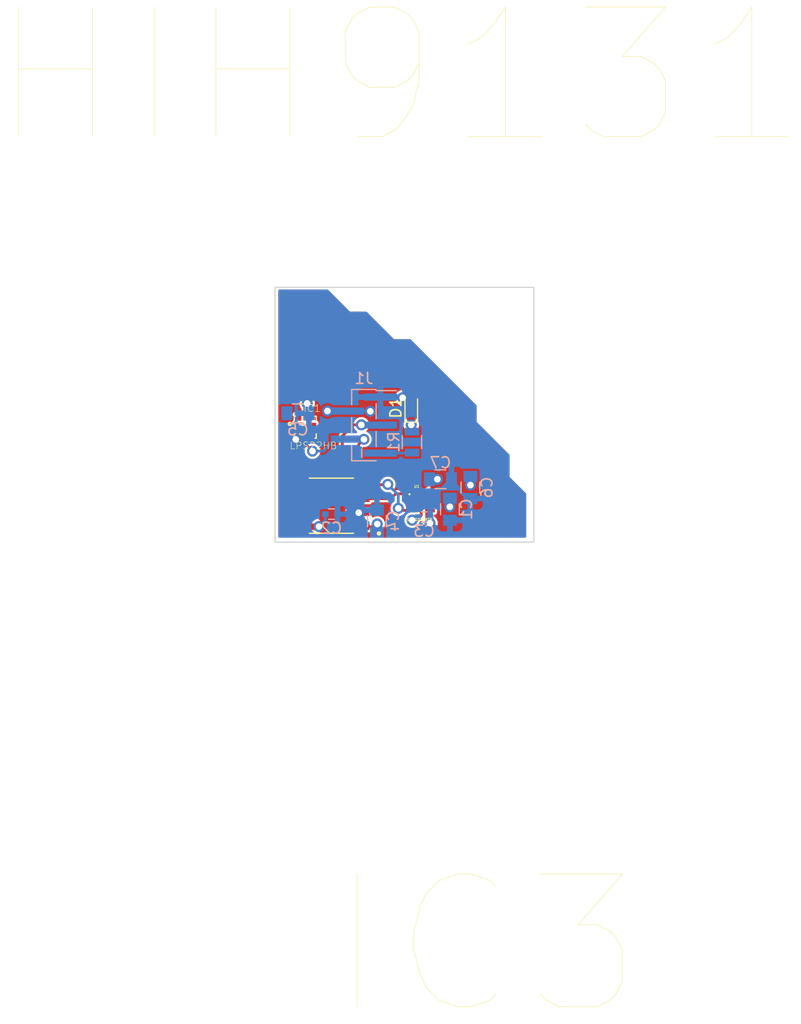
<source format=kicad_pcb>
(kicad_pcb (version 4) (host pcbnew 4.0.7)

  (general
    (links 35)
    (no_connects 1)
    (area -12.667436 -13.84439 62.674936 83.22246)
    (thickness 1.6)
    (drawings 7)
    (tracks 149)
    (zones 0)
    (modules 13)
    (nets 9)
  )

  (page User 129.997 102.006)
  (layers
    (0 F.Cu signal)
    (31 B.Cu signal)
    (32 B.Adhes user)
    (33 F.Adhes user)
    (34 B.Paste user)
    (35 F.Paste user)
    (36 B.SilkS user)
    (37 F.SilkS user)
    (38 B.Mask user)
    (39 F.Mask user hide)
    (40 Dwgs.User user)
    (41 Cmts.User user)
    (42 Eco1.User user)
    (43 Eco2.User user)
    (44 Edge.Cuts user)
    (45 Margin user)
    (46 B.CrtYd user)
    (47 F.CrtYd user)
    (48 B.Fab user)
    (49 F.Fab user)
  )

  (setup
    (last_trace_width 0.25)
    (trace_clearance 0.2)
    (zone_clearance 0.203)
    (zone_45_only no)
    (trace_min 0.2)
    (segment_width 0.2)
    (edge_width 0.1)
    (via_size 1)
    (via_drill 0.6)
    (via_min_size 0.6)
    (via_min_drill 0.3)
    (uvia_size 0.3)
    (uvia_drill 0.1)
    (uvias_allowed no)
    (uvia_min_size 0.2)
    (uvia_min_drill 0.1)
    (pcb_text_width 0.3)
    (pcb_text_size 1.5 1.5)
    (mod_edge_width 0.15)
    (mod_text_size 1 1)
    (mod_text_width 0.15)
    (pad_size 1.5 1.5)
    (pad_drill 0.6)
    (pad_to_mask_clearance 0)
    (aux_axis_origin 13.5636 13.6652)
    (grid_origin 13.5636 13.6652)
    (visible_elements 7FFFFFFF)
    (pcbplotparams
      (layerselection 0x0003c_80000001)
      (usegerberextensions true)
      (excludeedgelayer false)
      (linewidth 0.152400)
      (plotframeref false)
      (viasonmask false)
      (mode 1)
      (useauxorigin false)
      (hpglpennumber 1)
      (hpglpenspeed 20)
      (hpglpendiameter 15)
      (hpglpenoverlay 2)
      (psnegative false)
      (psa4output false)
      (plotreference false)
      (plotvalue false)
      (plotinvisibletext false)
      (padsonsilk false)
      (subtractmaskfromsilk false)
      (outputformat 1)
      (mirror false)
      (drillshape 0)
      (scaleselection 1)
      (outputdirectory Fabrication/))
  )

  (net 0 "")
  (net 1 GND)
  (net 2 "Net-(C3-Pad1)")
  (net 3 "Net-(C4-Pad1)")
  (net 4 "Net-(D1-Pad1)")
  (net 5 /SDA)
  (net 6 /SCL)
  (net 7 /LED)
  (net 8 +3V3)

  (net_class Default "Toto je výchozí třída sítě."
    (clearance 0.2)
    (trace_width 0.25)
    (via_dia 1)
    (via_drill 0.6)
    (uvia_dia 0.3)
    (uvia_drill 0.1)
    (add_net +3V3)
    (add_net /LED)
    (add_net /SCL)
    (add_net /SDA)
    (add_net GND)
    (add_net "Net-(C3-Pad1)")
    (add_net "Net-(C4-Pad1)")
    (add_net "Net-(D1-Pad1)")
  )

  (module Pin_Headers:Pin_Header_Straight_1x05_Pitch1.27mm_SMD_Pin1Left (layer B.Cu) (tedit 59650535) (tstamp 5A5BA1AF)
    (at 21.67 26.19 180)
    (descr "surface-mounted straight pin header, 1x05, 1.27mm pitch, single row, style 1 (pin 1 left)")
    (tags "Surface mounted pin header SMD 1x05 1.27mm single row style1 pin1 left")
    (path /5A5384DC)
    (attr smd)
    (fp_text reference J1 (at 0 4.235 180) (layer B.SilkS)
      (effects (font (size 1 1) (thickness 0.15)) (justify mirror))
    )
    (fp_text value Conn_01x05 (at 0 -4.235 180) (layer B.Fab)
      (effects (font (size 1 1) (thickness 0.15)) (justify mirror))
    )
    (fp_line (start 1.05 -3.175) (end -1.05 -3.175) (layer B.Fab) (width 0.1))
    (fp_line (start -0.615 3.175) (end 1.05 3.175) (layer B.Fab) (width 0.1))
    (fp_line (start -1.05 -3.175) (end -1.05 2.74) (layer B.Fab) (width 0.1))
    (fp_line (start -1.05 2.74) (end -0.615 3.175) (layer B.Fab) (width 0.1))
    (fp_line (start 1.05 3.175) (end 1.05 -3.175) (layer B.Fab) (width 0.1))
    (fp_line (start -1.05 2.74) (end -2.5 2.74) (layer B.Fab) (width 0.1))
    (fp_line (start -2.5 2.74) (end -2.5 2.34) (layer B.Fab) (width 0.1))
    (fp_line (start -2.5 2.34) (end -1.05 2.34) (layer B.Fab) (width 0.1))
    (fp_line (start -1.05 0.2) (end -2.5 0.2) (layer B.Fab) (width 0.1))
    (fp_line (start -2.5 0.2) (end -2.5 -0.2) (layer B.Fab) (width 0.1))
    (fp_line (start -2.5 -0.2) (end -1.05 -0.2) (layer B.Fab) (width 0.1))
    (fp_line (start -1.05 -2.34) (end -2.5 -2.34) (layer B.Fab) (width 0.1))
    (fp_line (start -2.5 -2.34) (end -2.5 -2.74) (layer B.Fab) (width 0.1))
    (fp_line (start -2.5 -2.74) (end -1.05 -2.74) (layer B.Fab) (width 0.1))
    (fp_line (start 1.05 1.47) (end 2.5 1.47) (layer B.Fab) (width 0.1))
    (fp_line (start 2.5 1.47) (end 2.5 1.07) (layer B.Fab) (width 0.1))
    (fp_line (start 2.5 1.07) (end 1.05 1.07) (layer B.Fab) (width 0.1))
    (fp_line (start 1.05 -1.07) (end 2.5 -1.07) (layer B.Fab) (width 0.1))
    (fp_line (start 2.5 -1.07) (end 2.5 -1.47) (layer B.Fab) (width 0.1))
    (fp_line (start 2.5 -1.47) (end 1.05 -1.47) (layer B.Fab) (width 0.1))
    (fp_line (start -1.11 3.235) (end 1.11 3.235) (layer B.SilkS) (width 0.12))
    (fp_line (start -1.11 -3.235) (end 1.11 -3.235) (layer B.SilkS) (width 0.12))
    (fp_line (start 1.11 3.225) (end 1.11 1.855) (layer B.SilkS) (width 0.12))
    (fp_line (start -1.11 3.125) (end -2.94 3.125) (layer B.SilkS) (width 0.12))
    (fp_line (start -1.11 3.235) (end -1.11 3.125) (layer B.SilkS) (width 0.12))
    (fp_line (start 1.11 -3.125) (end 1.11 -3.235) (layer B.SilkS) (width 0.12))
    (fp_line (start 1.11 0.685) (end 1.11 -0.685) (layer B.SilkS) (width 0.12))
    (fp_line (start 1.11 -1.855) (end 1.11 -3.225) (layer B.SilkS) (width 0.12))
    (fp_line (start -1.11 1.955) (end -1.11 0.585) (layer B.SilkS) (width 0.12))
    (fp_line (start -1.11 -0.585) (end -1.11 -1.955) (layer B.SilkS) (width 0.12))
    (fp_line (start -3.5 3.7) (end -3.5 -3.7) (layer B.CrtYd) (width 0.05))
    (fp_line (start -3.5 -3.7) (end 3.5 -3.7) (layer B.CrtYd) (width 0.05))
    (fp_line (start 3.5 -3.7) (end 3.5 3.7) (layer B.CrtYd) (width 0.05))
    (fp_line (start 3.5 3.7) (end -3.5 3.7) (layer B.CrtYd) (width 0.05))
    (fp_text user %R (at 0 0 450) (layer B.Fab)
      (effects (font (size 1 1) (thickness 0.15)) (justify mirror))
    )
    (pad 1 smd rect (at -1.5 2.54 180) (size 3 0.65) (layers B.Cu B.Paste B.Mask)
      (net 1 GND))
    (pad 3 smd rect (at -1.5 0 180) (size 3 0.65) (layers B.Cu B.Paste B.Mask)
      (net 6 /SCL))
    (pad 5 smd rect (at -1.5 -2.54 180) (size 3 0.65) (layers B.Cu B.Paste B.Mask)
      (net 7 /LED))
    (pad 2 smd rect (at 1.5 1.27 180) (size 3 0.65) (layers B.Cu B.Paste B.Mask)
      (net 8 +3V3))
    (pad 4 smd rect (at 1.5 -1.27 180) (size 3 0.65) (layers B.Cu B.Paste B.Mask)
      (net 5 /SDA))
    (model ${KISYS3DMOD}/Pin_Headers.3dshapes/Pin_Header_Straight_1x05_Pitch1.27mm_SMD_Pin1Left.wrl
      (at (xyz 0 0 0))
      (scale (xyz 1 1 1))
      (rotate (xyz 0 0 0))
    )
  )

  (module Capacitors_SMD:C_0805 (layer B.Cu) (tedit 58AA8463) (tstamp 5A5BA0BE)
    (at 29.48 33.82 90)
    (descr "Capacitor SMD 0805, reflow soldering, AVX (see smccp.pdf)")
    (tags "capacitor 0805")
    (path /5A4CC8D9)
    (attr smd)
    (fp_text reference C1 (at 0 1.5 90) (layer B.SilkS)
      (effects (font (size 1 1) (thickness 0.15)) (justify mirror))
    )
    (fp_text value "100 nF" (at 0 -1.75 90) (layer B.Fab)
      (effects (font (size 1 1) (thickness 0.15)) (justify mirror))
    )
    (fp_text user %R (at 0 1.5 90) (layer B.Fab)
      (effects (font (size 1 1) (thickness 0.15)) (justify mirror))
    )
    (fp_line (start -1 -0.62) (end -1 0.62) (layer B.Fab) (width 0.1))
    (fp_line (start 1 -0.62) (end -1 -0.62) (layer B.Fab) (width 0.1))
    (fp_line (start 1 0.62) (end 1 -0.62) (layer B.Fab) (width 0.1))
    (fp_line (start -1 0.62) (end 1 0.62) (layer B.Fab) (width 0.1))
    (fp_line (start 0.5 0.85) (end -0.5 0.85) (layer B.SilkS) (width 0.12))
    (fp_line (start -0.5 -0.85) (end 0.5 -0.85) (layer B.SilkS) (width 0.12))
    (fp_line (start -1.75 0.88) (end 1.75 0.88) (layer B.CrtYd) (width 0.05))
    (fp_line (start -1.75 0.88) (end -1.75 -0.87) (layer B.CrtYd) (width 0.05))
    (fp_line (start 1.75 -0.87) (end 1.75 0.88) (layer B.CrtYd) (width 0.05))
    (fp_line (start 1.75 -0.87) (end -1.75 -0.87) (layer B.CrtYd) (width 0.05))
    (pad 1 smd rect (at -1 0 90) (size 1 1.25) (layers B.Cu B.Paste B.Mask)
      (net 1 GND))
    (pad 2 smd rect (at 1 0 90) (size 1 1.25) (layers B.Cu B.Paste B.Mask)
      (net 8 +3V3))
    (model Capacitors_SMD.3dshapes/C_0805.wrl
      (at (xyz 0 0 0))
      (scale (xyz 1 1 1))
      (rotate (xyz 0 0 0))
    )
  )

  (module Capacitors_SMD:C_0402 (layer B.Cu) (tedit 58AA841A) (tstamp 5A5BA0CF)
    (at 18.72 34.26)
    (descr "Capacitor SMD 0402, reflow soldering, AVX (see smccp.pdf)")
    (tags "capacitor 0402")
    (path /5A4CC89B)
    (attr smd)
    (fp_text reference C2 (at 0 1.27) (layer B.SilkS)
      (effects (font (size 1 1) (thickness 0.15)) (justify mirror))
    )
    (fp_text value "0.22 uF" (at 0 -1.27) (layer B.Fab)
      (effects (font (size 1 1) (thickness 0.15)) (justify mirror))
    )
    (fp_text user %R (at 0 1.27) (layer B.Fab)
      (effects (font (size 1 1) (thickness 0.15)) (justify mirror))
    )
    (fp_line (start -0.5 -0.25) (end -0.5 0.25) (layer B.Fab) (width 0.1))
    (fp_line (start 0.5 -0.25) (end -0.5 -0.25) (layer B.Fab) (width 0.1))
    (fp_line (start 0.5 0.25) (end 0.5 -0.25) (layer B.Fab) (width 0.1))
    (fp_line (start -0.5 0.25) (end 0.5 0.25) (layer B.Fab) (width 0.1))
    (fp_line (start 0.25 0.47) (end -0.25 0.47) (layer B.SilkS) (width 0.12))
    (fp_line (start -0.25 -0.47) (end 0.25 -0.47) (layer B.SilkS) (width 0.12))
    (fp_line (start -1 0.4) (end 1 0.4) (layer B.CrtYd) (width 0.05))
    (fp_line (start -1 0.4) (end -1 -0.4) (layer B.CrtYd) (width 0.05))
    (fp_line (start 1 -0.4) (end 1 0.4) (layer B.CrtYd) (width 0.05))
    (fp_line (start 1 -0.4) (end -1 -0.4) (layer B.CrtYd) (width 0.05))
    (pad 1 smd rect (at -0.55 0) (size 0.6 0.5) (layers B.Cu B.Paste B.Mask)
      (net 8 +3V3))
    (pad 2 smd rect (at 0.55 0) (size 0.6 0.5) (layers B.Cu B.Paste B.Mask)
      (net 1 GND))
    (model Capacitors_SMD.3dshapes/C_0402.wrl
      (at (xyz 0 0 0))
      (scale (xyz 1 1 1))
      (rotate (xyz 0 0 0))
    )
  )

  (module Capacitors_SMD:C_0402 (layer B.Cu) (tedit 58AA841A) (tstamp 5A5BA0E0)
    (at 27.14 34.53)
    (descr "Capacitor SMD 0402, reflow soldering, AVX (see smccp.pdf)")
    (tags "capacitor 0402")
    (path /5A4CC8DA)
    (attr smd)
    (fp_text reference C3 (at 0 1.27) (layer B.SilkS)
      (effects (font (size 1 1) (thickness 0.15)) (justify mirror))
    )
    (fp_text value "0.22 uF" (at 0 -1.27) (layer B.Fab)
      (effects (font (size 1 1) (thickness 0.15)) (justify mirror))
    )
    (fp_text user %R (at 0 1.27) (layer B.Fab)
      (effects (font (size 1 1) (thickness 0.15)) (justify mirror))
    )
    (fp_line (start -0.5 -0.25) (end -0.5 0.25) (layer B.Fab) (width 0.1))
    (fp_line (start 0.5 -0.25) (end -0.5 -0.25) (layer B.Fab) (width 0.1))
    (fp_line (start 0.5 0.25) (end 0.5 -0.25) (layer B.Fab) (width 0.1))
    (fp_line (start -0.5 0.25) (end 0.5 0.25) (layer B.Fab) (width 0.1))
    (fp_line (start 0.25 0.47) (end -0.25 0.47) (layer B.SilkS) (width 0.12))
    (fp_line (start -0.25 -0.47) (end 0.25 -0.47) (layer B.SilkS) (width 0.12))
    (fp_line (start -1 0.4) (end 1 0.4) (layer B.CrtYd) (width 0.05))
    (fp_line (start -1 0.4) (end -1 -0.4) (layer B.CrtYd) (width 0.05))
    (fp_line (start 1 -0.4) (end 1 0.4) (layer B.CrtYd) (width 0.05))
    (fp_line (start 1 -0.4) (end -1 -0.4) (layer B.CrtYd) (width 0.05))
    (pad 1 smd rect (at -0.55 0) (size 0.6 0.5) (layers B.Cu B.Paste B.Mask)
      (net 2 "Net-(C3-Pad1)"))
    (pad 2 smd rect (at 0.55 0) (size 0.6 0.5) (layers B.Cu B.Paste B.Mask)
      (net 1 GND))
    (model Capacitors_SMD.3dshapes/C_0402.wrl
      (at (xyz 0 0 0))
      (scale (xyz 1 1 1))
      (rotate (xyz 0 0 0))
    )
  )

  (module Capacitors_SMD:C_0805 (layer B.Cu) (tedit 58AA8463) (tstamp 5A5BA0F1)
    (at 22.85 34.9 90)
    (descr "Capacitor SMD 0805, reflow soldering, AVX (see smccp.pdf)")
    (tags "capacitor 0805")
    (path /5A4CC89C)
    (attr smd)
    (fp_text reference C4 (at 0 1.5 90) (layer B.SilkS)
      (effects (font (size 1 1) (thickness 0.15)) (justify mirror))
    )
    (fp_text value "100 nF" (at 0 -1.75 90) (layer B.Fab)
      (effects (font (size 1 1) (thickness 0.15)) (justify mirror))
    )
    (fp_text user %R (at 0 1.5 90) (layer B.Fab)
      (effects (font (size 1 1) (thickness 0.15)) (justify mirror))
    )
    (fp_line (start -1 -0.62) (end -1 0.62) (layer B.Fab) (width 0.1))
    (fp_line (start 1 -0.62) (end -1 -0.62) (layer B.Fab) (width 0.1))
    (fp_line (start 1 0.62) (end 1 -0.62) (layer B.Fab) (width 0.1))
    (fp_line (start -1 0.62) (end 1 0.62) (layer B.Fab) (width 0.1))
    (fp_line (start 0.5 0.85) (end -0.5 0.85) (layer B.SilkS) (width 0.12))
    (fp_line (start -0.5 -0.85) (end 0.5 -0.85) (layer B.SilkS) (width 0.12))
    (fp_line (start -1.75 0.88) (end 1.75 0.88) (layer B.CrtYd) (width 0.05))
    (fp_line (start -1.75 0.88) (end -1.75 -0.87) (layer B.CrtYd) (width 0.05))
    (fp_line (start 1.75 -0.87) (end 1.75 0.88) (layer B.CrtYd) (width 0.05))
    (fp_line (start 1.75 -0.87) (end -1.75 -0.87) (layer B.CrtYd) (width 0.05))
    (pad 1 smd rect (at -1 0 90) (size 1 1.25) (layers B.Cu B.Paste B.Mask)
      (net 3 "Net-(C4-Pad1)"))
    (pad 2 smd rect (at 1 0 90) (size 1 1.25) (layers B.Cu B.Paste B.Mask)
      (net 1 GND))
    (model Capacitors_SMD.3dshapes/C_0805.wrl
      (at (xyz 0 0 0))
      (scale (xyz 1 1 1))
      (rotate (xyz 0 0 0))
    )
  )

  (module Capacitors_SMD:C_0805 (layer B.Cu) (tedit 5A5BAC40) (tstamp 5A5BA102)
    (at 15.67 25.12)
    (descr "Capacitor SMD 0805, reflow soldering, AVX (see smccp.pdf)")
    (tags "capacitor 0805")
    (path /5A4CC8A4)
    (attr smd)
    (fp_text reference C5 (at 0 1.5) (layer B.SilkS)
      (effects (font (size 1 1) (thickness 0.15)) (justify mirror))
    )
    (fp_text value "100 nF" (at -0.02 -1.58) (layer B.Fab)
      (effects (font (size 1 1) (thickness 0.15)) (justify mirror))
    )
    (fp_text user %R (at 0 1.5) (layer B.Fab)
      (effects (font (size 1 1) (thickness 0.15)) (justify mirror))
    )
    (fp_line (start -1 -0.62) (end -1 0.62) (layer B.Fab) (width 0.1))
    (fp_line (start 1 -0.62) (end -1 -0.62) (layer B.Fab) (width 0.1))
    (fp_line (start 1 0.62) (end 1 -0.62) (layer B.Fab) (width 0.1))
    (fp_line (start -1 0.62) (end 1 0.62) (layer B.Fab) (width 0.1))
    (fp_line (start 0.5 0.85) (end -0.5 0.85) (layer B.SilkS) (width 0.12))
    (fp_line (start -0.5 -0.85) (end 0.5 -0.85) (layer B.SilkS) (width 0.12))
    (fp_line (start -1.75 0.88) (end 1.75 0.88) (layer B.CrtYd) (width 0.05))
    (fp_line (start -1.75 0.88) (end -1.75 -0.87) (layer B.CrtYd) (width 0.05))
    (fp_line (start 1.75 -0.87) (end 1.75 0.88) (layer B.CrtYd) (width 0.05))
    (fp_line (start 1.75 -0.87) (end -1.75 -0.87) (layer B.CrtYd) (width 0.05))
    (pad 1 smd rect (at -1 0) (size 1 1.25) (layers B.Cu B.Paste B.Mask)
      (net 8 +3V3))
    (pad 2 smd rect (at 1 0) (size 1 1.25) (layers B.Cu B.Paste B.Mask)
      (net 1 GND))
    (model Capacitors_SMD.3dshapes/C_0805.wrl
      (at (xyz 0 0 0))
      (scale (xyz 1 1 1))
      (rotate (xyz 0 0 0))
    )
  )

  (module Capacitors_SMD:C_0805 (layer B.Cu) (tedit 58AA8463) (tstamp 5A5BA113)
    (at 31.34 31.85 90)
    (descr "Capacitor SMD 0805, reflow soldering, AVX (see smccp.pdf)")
    (tags "capacitor 0805")
    (path /5A4CC8D8)
    (attr smd)
    (fp_text reference C6 (at 0 1.5 90) (layer B.SilkS)
      (effects (font (size 1 1) (thickness 0.15)) (justify mirror))
    )
    (fp_text value "10 uF" (at 0 -1.75 90) (layer B.Fab)
      (effects (font (size 1 1) (thickness 0.15)) (justify mirror))
    )
    (fp_text user %R (at 0 1.5 90) (layer B.Fab)
      (effects (font (size 1 1) (thickness 0.15)) (justify mirror))
    )
    (fp_line (start -1 -0.62) (end -1 0.62) (layer B.Fab) (width 0.1))
    (fp_line (start 1 -0.62) (end -1 -0.62) (layer B.Fab) (width 0.1))
    (fp_line (start 1 0.62) (end 1 -0.62) (layer B.Fab) (width 0.1))
    (fp_line (start -1 0.62) (end 1 0.62) (layer B.Fab) (width 0.1))
    (fp_line (start 0.5 0.85) (end -0.5 0.85) (layer B.SilkS) (width 0.12))
    (fp_line (start -0.5 -0.85) (end 0.5 -0.85) (layer B.SilkS) (width 0.12))
    (fp_line (start -1.75 0.88) (end 1.75 0.88) (layer B.CrtYd) (width 0.05))
    (fp_line (start -1.75 0.88) (end -1.75 -0.87) (layer B.CrtYd) (width 0.05))
    (fp_line (start 1.75 -0.87) (end 1.75 0.88) (layer B.CrtYd) (width 0.05))
    (fp_line (start 1.75 -0.87) (end -1.75 -0.87) (layer B.CrtYd) (width 0.05))
    (pad 1 smd rect (at -1 0 90) (size 1 1.25) (layers B.Cu B.Paste B.Mask)
      (net 1 GND))
    (pad 2 smd rect (at 1 0 90) (size 1 1.25) (layers B.Cu B.Paste B.Mask)
      (net 8 +3V3))
    (model Capacitors_SMD.3dshapes/C_0805.wrl
      (at (xyz 0 0 0))
      (scale (xyz 1 1 1))
      (rotate (xyz 0 0 0))
    )
  )

  (module Diodes_SMD:D_0603 (layer F.Cu) (tedit 590CE922) (tstamp 5A5BA12B)
    (at 25.97 24.62 90)
    (descr "Diode SMD in 0603 package http://datasheets.avx.com/schottky.pdf")
    (tags "smd diode")
    (path /5A4CC8A7)
    (attr smd)
    (fp_text reference D1 (at 0 -1.4 90) (layer F.SilkS)
      (effects (font (size 1 1) (thickness 0.15)))
    )
    (fp_text value LED (at 0 1.4 90) (layer F.Fab)
      (effects (font (size 1 1) (thickness 0.15)))
    )
    (fp_text user %R (at 0 -1.4 90) (layer F.Fab)
      (effects (font (size 1 1) (thickness 0.15)))
    )
    (fp_line (start -1.3 -0.57) (end -1.3 0.57) (layer F.SilkS) (width 0.12))
    (fp_line (start 1.4 0.67) (end 1.4 -0.67) (layer F.CrtYd) (width 0.05))
    (fp_line (start -1.4 0.67) (end 1.4 0.67) (layer F.CrtYd) (width 0.05))
    (fp_line (start -1.4 -0.67) (end -1.4 0.67) (layer F.CrtYd) (width 0.05))
    (fp_line (start 1.4 -0.67) (end -1.4 -0.67) (layer F.CrtYd) (width 0.05))
    (fp_line (start 0.2 0) (end 0.4 0) (layer F.Fab) (width 0.1))
    (fp_line (start -0.1 0) (end -0.3 0) (layer F.Fab) (width 0.1))
    (fp_line (start -0.1 -0.2) (end -0.1 0.2) (layer F.Fab) (width 0.1))
    (fp_line (start 0.2 0.2) (end 0.2 -0.2) (layer F.Fab) (width 0.1))
    (fp_line (start -0.1 0) (end 0.2 0.2) (layer F.Fab) (width 0.1))
    (fp_line (start 0.2 -0.2) (end -0.1 0) (layer F.Fab) (width 0.1))
    (fp_line (start -0.8 0.45) (end -0.8 -0.45) (layer F.Fab) (width 0.1))
    (fp_line (start 0.8 0.45) (end -0.8 0.45) (layer F.Fab) (width 0.1))
    (fp_line (start 0.8 -0.45) (end 0.8 0.45) (layer F.Fab) (width 0.1))
    (fp_line (start -0.8 -0.45) (end 0.8 -0.45) (layer F.Fab) (width 0.1))
    (fp_line (start -1.3 0.57) (end 0.8 0.57) (layer F.SilkS) (width 0.12))
    (fp_line (start -1.3 -0.57) (end 0.8 -0.57) (layer F.SilkS) (width 0.12))
    (pad 1 smd rect (at -0.85 0 90) (size 0.6 0.8) (layers F.Cu F.Paste F.Mask)
      (net 4 "Net-(D1-Pad1)"))
    (pad 2 smd rect (at 0.85 0 90) (size 0.6 0.8) (layers F.Cu F.Paste F.Mask)
      (net 1 GND))
    (model ${KISYS3DMOD}/Diodes_SMD.3dshapes/D_0603.wrl
      (at (xyz 0 0 0))
      (scale (xyz 1 1 1))
      (rotate (xyz 0 0 0))
    )
  )

  (module LPS22HB:LGA10R50P2X3_200X200X80 (layer F.Cu) (tedit 5A5BAC02) (tstamp 5A5BA146)
    (at 16.34 26.38)
    (path /5A4CC8A3)
    (attr smd)
    (fp_text reference IC1 (at 0.6277 -1.71214) (layer F.SilkS)
      (effects (font (size 0.642151 0.642151) (thickness 0.05)))
    )
    (fp_text value LPS22HB (at 0.74 1.68) (layer F.SilkS)
      (effects (font (size 0.64173 0.64173) (thickness 0.05)))
    )
    (fp_line (start -0.9 -1) (end -1 -1) (layer F.SilkS) (width 0.127))
    (fp_line (start -1 -1) (end -1 -0.6) (layer F.SilkS) (width 0.127))
    (fp_line (start 0.9 1) (end 1 1) (layer F.SilkS) (width 0.127))
    (fp_line (start 1 1) (end 1 0.6) (layer F.SilkS) (width 0.127))
    (fp_line (start 1 -1) (end 1 -0.6) (layer F.SilkS) (width 0.127))
    (fp_line (start -0.9 1) (end -1 1) (layer F.SilkS) (width 0.127))
    (fp_line (start -1 0.6) (end -1 1) (layer F.SilkS) (width 0.127))
    (fp_line (start 1 -1) (end 0.9 -1) (layer F.SilkS) (width 0.127))
    (fp_line (start -1.3 -1.3) (end 1.3 -1.3) (layer Dwgs.User) (width 0.05))
    (fp_line (start 1.3 -1.3) (end 1.3 1.3) (layer Dwgs.User) (width 0.05))
    (fp_line (start 1.3 1.3) (end -1.3 1.3) (layer Dwgs.User) (width 0.05))
    (fp_line (start -1.3 1.3) (end -1.3 -1.3) (layer Dwgs.User) (width 0.05))
    (fp_circle (center -1.4 -0.3) (end -1.3 -0.3) (layer F.SilkS) (width 0.2))
    (pad 3 smd rect (at -0.5 0.8 90) (size 0.4 0.3) (layers F.Cu F.Paste F.Mask)
      (net 1 GND))
    (pad 4 smd rect (at 0 0.8 90) (size 0.4 0.3) (layers F.Cu F.Paste F.Mask)
      (net 5 /SDA))
    (pad 5 smd rect (at 0.5 0.8 90) (size 0.4 0.3) (layers F.Cu F.Paste F.Mask))
    (pad 7 smd rect (at 0.8 -0.25 180) (size 0.4 0.3) (layers F.Cu F.Paste F.Mask))
    (pad 6 smd rect (at 0.8 0.25 180) (size 0.4 0.3) (layers F.Cu F.Paste F.Mask))
    (pad 8 smd rect (at 0.5 -0.8 270) (size 0.4 0.3) (layers F.Cu F.Paste F.Mask)
      (net 1 GND))
    (pad 9 smd rect (at 0 -0.8 270) (size 0.4 0.3) (layers F.Cu F.Paste F.Mask)
      (net 1 GND))
    (pad 10 smd rect (at -0.5 -0.8 270) (size 0.4 0.3) (layers F.Cu F.Paste F.Mask)
      (net 8 +3V3))
    (pad 2 smd rect (at -0.8 0.25) (size 0.4 0.3) (layers F.Cu F.Paste F.Mask)
      (net 6 /SCL))
    (pad 1 smd rect (at -0.8 -0.25) (size 0.4 0.3) (layers F.Cu F.Paste F.Mask))
  )

  (module Resistors_SMD:R_0805 (layer B.Cu) (tedit 58E0A804) (tstamp 5A5BA1C0)
    (at 26.03 27.73 270)
    (descr "Resistor SMD 0805, reflow soldering, Vishay (see dcrcw.pdf)")
    (tags "resistor 0805")
    (path /5A51DC75)
    (attr smd)
    (fp_text reference R1 (at 0 1.65 270) (layer B.SilkS)
      (effects (font (size 1 1) (thickness 0.15)) (justify mirror))
    )
    (fp_text value 150 (at 0 -1.75 270) (layer B.Fab)
      (effects (font (size 1 1) (thickness 0.15)) (justify mirror))
    )
    (fp_text user %R (at 0 0 270) (layer B.Fab)
      (effects (font (size 0.5 0.5) (thickness 0.075)) (justify mirror))
    )
    (fp_line (start -1 -0.62) (end -1 0.62) (layer B.Fab) (width 0.1))
    (fp_line (start 1 -0.62) (end -1 -0.62) (layer B.Fab) (width 0.1))
    (fp_line (start 1 0.62) (end 1 -0.62) (layer B.Fab) (width 0.1))
    (fp_line (start -1 0.62) (end 1 0.62) (layer B.Fab) (width 0.1))
    (fp_line (start 0.6 -0.88) (end -0.6 -0.88) (layer B.SilkS) (width 0.12))
    (fp_line (start -0.6 0.88) (end 0.6 0.88) (layer B.SilkS) (width 0.12))
    (fp_line (start -1.55 0.9) (end 1.55 0.9) (layer B.CrtYd) (width 0.05))
    (fp_line (start -1.55 0.9) (end -1.55 -0.9) (layer B.CrtYd) (width 0.05))
    (fp_line (start 1.55 -0.9) (end 1.55 0.9) (layer B.CrtYd) (width 0.05))
    (fp_line (start 1.55 -0.9) (end -1.55 -0.9) (layer B.CrtYd) (width 0.05))
    (pad 1 smd rect (at -0.95 0 270) (size 0.7 1.3) (layers B.Cu B.Paste B.Mask)
      (net 4 "Net-(D1-Pad1)"))
    (pad 2 smd rect (at 0.95 0 270) (size 0.7 1.3) (layers B.Cu B.Paste B.Mask)
      (net 7 /LED))
    (model ${KISYS3DMOD}/Resistors_SMD.3dshapes/R_0805.wrl
      (at (xyz 0 0 0))
      (scale (xyz 1 1 1))
      (rotate (xyz 0 0 0))
    )
  )

  (module Capacitors_SMD:C_0805 (layer B.Cu) (tedit 58AA8463) (tstamp 5A61491E)
    (at 28.62 31.1 180)
    (descr "Capacitor SMD 0805, reflow soldering, AVX (see smccp.pdf)")
    (tags "capacitor 0805")
    (path /5A5BB4B9)
    (attr smd)
    (fp_text reference C7 (at 0 1.5 180) (layer B.SilkS)
      (effects (font (size 1 1) (thickness 0.15)) (justify mirror))
    )
    (fp_text value "100 nF" (at 0 -1.75 180) (layer B.Fab)
      (effects (font (size 1 1) (thickness 0.15)) (justify mirror))
    )
    (fp_text user %R (at 0 1.5 180) (layer B.Fab)
      (effects (font (size 1 1) (thickness 0.15)) (justify mirror))
    )
    (fp_line (start -1 -0.62) (end -1 0.62) (layer B.Fab) (width 0.1))
    (fp_line (start 1 -0.62) (end -1 -0.62) (layer B.Fab) (width 0.1))
    (fp_line (start 1 0.62) (end 1 -0.62) (layer B.Fab) (width 0.1))
    (fp_line (start -1 0.62) (end 1 0.62) (layer B.Fab) (width 0.1))
    (fp_line (start 0.5 0.85) (end -0.5 0.85) (layer B.SilkS) (width 0.12))
    (fp_line (start -0.5 -0.85) (end 0.5 -0.85) (layer B.SilkS) (width 0.12))
    (fp_line (start -1.75 0.88) (end 1.75 0.88) (layer B.CrtYd) (width 0.05))
    (fp_line (start -1.75 0.88) (end -1.75 -0.87) (layer B.CrtYd) (width 0.05))
    (fp_line (start 1.75 -0.87) (end 1.75 0.88) (layer B.CrtYd) (width 0.05))
    (fp_line (start 1.75 -0.87) (end -1.75 -0.87) (layer B.CrtYd) (width 0.05))
    (pad 1 smd rect (at -1 0 180) (size 1 1.25) (layers B.Cu B.Paste B.Mask)
      (net 1 GND))
    (pad 2 smd rect (at 1 0 180) (size 1 1.25) (layers B.Cu B.Paste B.Mask)
      (net 8 +3V3))
    (model Capacitors_SMD.3dshapes/C_0805.wrl
      (at (xyz 0 0 0))
      (scale (xyz 1 1 1))
      (rotate (xyz 0 0 0))
    )
  )

  (module SOIC127P600X175-8N:SOIC127P600X175-8N (layer F.Cu) (tedit 0) (tstamp 5A61491F)
    (at 18.72 33.5 180)
    (path /5A4CC89A)
    (attr smd)
    (fp_text reference IC3 (at -14.0851 -39.8677 180) (layer F.SilkS)
      (effects (font (size 12.0372 12.0372) (thickness 0.05)))
    )
    (fp_text value HIH9131 (at -6.28375 38.8981 180) (layer F.SilkS)
      (effects (font (size 11.7447 11.7447) (thickness 0.05)))
    )
    (fp_circle (center -4.315 -2.515) (end -4.115 -2.515) (layer F.SilkS) (width 0))
    (fp_circle (center -4.315 -2.515) (end -4.115 -2.515) (layer Dwgs.User) (width 0))
    (fp_line (start -2 -2.5) (end 2 -2.5) (layer Dwgs.User) (width 0.127))
    (fp_line (start -2 2.5) (end 2 2.5) (layer Dwgs.User) (width 0.127))
    (fp_line (start -2 -2.5) (end 2 -2.5) (layer F.SilkS) (width 0.127))
    (fp_line (start -2 2.5) (end 2 2.5) (layer F.SilkS) (width 0.127))
    (fp_line (start -2 -2.5) (end -2 2.5) (layer Dwgs.User) (width 0.127))
    (fp_line (start 2 -2.5) (end 2 2.5) (layer Dwgs.User) (width 0.127))
    (fp_line (start -3.71 -2.75) (end 3.71 -2.75) (layer Dwgs.User) (width 0.05))
    (fp_line (start -3.71 2.75) (end 3.71 2.75) (layer Dwgs.User) (width 0.05))
    (fp_line (start -3.71 -2.75) (end -3.71 2.75) (layer Dwgs.User) (width 0.05))
    (fp_line (start 3.71 -2.75) (end 3.71 2.75) (layer Dwgs.User) (width 0.05))
    (pad 1 smd rect (at -2.475 -1.905 180) (size 1.97 0.6) (layers F.Cu F.Paste F.Mask)
      (net 3 "Net-(C4-Pad1)"))
    (pad 2 smd rect (at -2.475 -0.635 180) (size 1.97 0.6) (layers F.Cu F.Paste F.Mask)
      (net 1 GND))
    (pad 3 smd rect (at -2.475 0.635 180) (size 1.97 0.6) (layers F.Cu F.Paste F.Mask)
      (net 6 /SCL))
    (pad 4 smd rect (at -2.475 1.905 180) (size 1.97 0.6) (layers F.Cu F.Paste F.Mask)
      (net 5 /SDA))
    (pad 5 smd rect (at 2.475 1.905 180) (size 1.97 0.6) (layers F.Cu F.Paste F.Mask))
    (pad 6 smd rect (at 2.475 0.635 180) (size 1.97 0.6) (layers F.Cu F.Paste F.Mask))
    (pad 7 smd rect (at 2.475 -0.635 180) (size 1.97 0.6) (layers F.Cu F.Paste F.Mask))
    (pad 8 smd rect (at 2.475 -1.905 180) (size 1.97 0.6) (layers F.Cu F.Paste F.Mask)
      (net 8 +3V3))
  )

  (module CanSat:LSM303AGRTR (layer F.Cu) (tedit 5A5CA59D) (tstamp 5A6CA002)
    (at 27.11 33.16)
    (path /5A5BB296)
    (attr smd)
    (fp_text reference U1 (at -0.642811 -1.40767) (layer F.SilkS)
      (effects (font (size 0.240901 0.240901) (thickness 0.05)))
    )
    (fp_text value LSM303AGRTR (at -0.489169 1.60144) (layer F.SilkS)
      (effects (font (size 0.240578 0.240578) (thickness 0.05)))
    )
    (fp_line (start -1 -1) (end 1 -1) (layer Dwgs.User) (width 0.127))
    (fp_line (start 1 1) (end -1 1) (layer Dwgs.User) (width 0.127))
    (fp_line (start -1 1) (end -1 -1) (layer Dwgs.User) (width 0.127))
    (fp_line (start -1.275 -1.275) (end 1.275 -1.275) (layer Dwgs.User) (width 0.05))
    (fp_line (start 1.275 -1.275) (end 1.275 1.275) (layer Dwgs.User) (width 0.05))
    (fp_line (start 1.275 1.275) (end -1.275 1.275) (layer Dwgs.User) (width 0.05))
    (fp_line (start -1.275 1.275) (end -1.275 -1.275) (layer Dwgs.User) (width 0.05))
    (fp_line (start 1 1) (end 1 -1) (layer Dwgs.User) (width 0.127))
    (fp_circle (center -1.3 -0.7) (end -1.2 -0.7) (layer F.SilkS) (width 0))
    (fp_poly (pts (xy -1.02124 -0.96) (xy -0.5 -0.96) (xy -0.5 -0.540656) (xy -1.02124 -0.540656)) (layer F.Mask) (width 0.381))
    (fp_poly (pts (xy -1.02448 -0.46) (xy -0.5 -0.46) (xy -0.5 -0.040176) (xy -1.02448 -0.040176)) (layer F.Mask) (width 0.381))
    (fp_poly (pts (xy -1.0229 0.04) (xy -0.5 0.04) (xy -0.5 0.46131) (xy -1.0229 0.46131)) (layer F.Mask) (width 0.381))
    (fp_poly (pts (xy -1.02254 0.54) (xy -0.5 0.54) (xy -0.5 0.962383) (xy -1.02254 0.962383)) (layer F.Mask) (width 0.381))
    (fp_poly (pts (xy 0.507431 -0.96) (xy 1.025 -0.96) (xy 1.025 -0.5426) (xy 0.507431 -0.5426)) (layer F.Mask) (width 0.381))
    (fp_poly (pts (xy 0.505883 -0.46) (xy 1.025 -0.46) (xy 1.025 -0.04007) (xy 0.505883 -0.04007)) (layer F.Mask) (width 0.381))
    (fp_poly (pts (xy 0.505743 0.04) (xy 1.025 0.04) (xy 1.025 0.460677) (xy 0.505743 0.460677)) (layer F.Mask) (width 0.381))
    (fp_poly (pts (xy 0.506835 0.54) (xy 1.025 0.54) (xy 1.025 0.963489) (xy 0.506835 0.963489)) (layer F.Mask) (width 0.381))
    (fp_poly (pts (xy -0.460897 -1.02) (xy -0.04 -1.02) (xy -0.04 -0.500975) (xy -0.460897 -0.500975)) (layer F.Mask) (width 0.381))
    (fp_poly (pts (xy 0.040096 -1.02) (xy 0.46 -1.02) (xy 0.46 -0.501201) (xy 0.040096 -0.501201)) (layer F.Mask) (width 0.381))
    (fp_poly (pts (xy -0.461656 0.5) (xy -0.04 0.5) (xy -0.04 1.02367) (xy -0.461656 1.02367)) (layer F.Mask) (width 0.381))
    (fp_poly (pts (xy 0.040164 0.5) (xy 0.46 0.5) (xy 0.46 1.02419) (xy 0.040164 1.02419)) (layer F.Mask) (width 0.381))
    (pad 1 smd rect (at -0.76 -0.75) (size 0.4 0.3) (drill (offset -0.04 -0.04)) (layers F.Cu F.Paste F.Mask)
      (net 6 /SCL))
    (pad 2 smd rect (at -0.76 -0.25) (size 0.4 0.25) (drill (offset -0.035 0)) (layers F.Cu F.Paste F.Mask)
      (net 8 +3V3))
    (pad 3 smd rect (at -0.76 0.25) (size 0.4 0.25) (drill (offset -0.035 0)) (layers F.Cu F.Paste F.Mask)
      (net 8 +3V3))
    (pad 4 smd rect (at -0.76 0.75) (size 0.4 0.3) (drill (offset -0.04 0.04)) (layers F.Cu F.Paste F.Mask)
      (net 5 /SDA))
    (pad 5 smd rect (at -0.25 0.76 90) (size 0.4 0.25) (drill (offset -0.07 0)) (layers F.Cu F.Paste F.Mask)
      (net 2 "Net-(C3-Pad1)"))
    (pad 6 smd rect (at 0.25 0.76 90) (size 0.4 0.25) (drill (offset -0.07 0)) (layers F.Cu F.Paste F.Mask)
      (net 1 GND))
    (pad 7 smd rect (at 0.76 0.75) (size 0.4 0.3) (drill (offset 0.04 0.04)) (layers F.Cu F.Paste F.Mask))
    (pad 8 smd rect (at 0.76 0.25) (size 0.4 0.25) (drill (offset 0.035 0)) (layers F.Cu F.Paste F.Mask)
      (net 1 GND))
    (pad 9 smd rect (at 0.76 -0.25) (size 0.4 0.25) (drill (offset 0.035 0)) (layers F.Cu F.Paste F.Mask)
      (net 8 +3V3))
    (pad 10 smd rect (at 0.76 -0.75) (size 0.4 0.3) (drill (offset 0.04 -0.04)) (layers F.Cu F.Paste F.Mask)
      (net 8 +3V3))
    (pad 11 smd rect (at 0.25 -0.76 90) (size 0.4 0.25) (drill (offset 0.07 0)) (layers F.Cu F.Paste F.Mask))
    (pad 12 smd rect (at -0.25 -0.76 90) (size 0.4 0.25) (drill (offset 0.07 0)) (layers F.Cu F.Paste F.Mask))
  )

  (gr_line (start 37.1 36.8) (end 37 36.8) (angle 90) (layer Edge.Cuts) (width 0.1))
  (gr_line (start 37.1 13.7) (end 37.1 36.8) (angle 90) (layer Edge.Cuts) (width 0.1))
  (gr_line (start 36.7 13.7) (end 37.1 13.7) (angle 90) (layer Edge.Cuts) (width 0.1))
  (gr_line (start 35.9 13.7) (end 36.7 13.7) (angle 90) (layer Edge.Cuts) (width 0.1))
  (gr_line (start 13.6 13.7) (end 35.9 13.7) (angle 90) (layer Edge.Cuts) (width 0.1))
  (gr_line (start 13.6 36.8) (end 13.6 13.7) (angle 90) (layer Edge.Cuts) (width 0.1))
  (gr_line (start 37 36.8) (end 13.6 36.8) (angle 90) (layer Edge.Cuts) (width 0.1))

  (segment (start 27.37 33.93) (end 27.37 34.78) (width 0.25) (layer F.Cu) (net 1))
  (via (at 27.67 35.08) (size 1) (drill 0.6) (layers F.Cu B.Cu) (net 1))
  (segment (start 27.37 34.78) (end 27.67 35.08) (width 0.25) (layer F.Cu) (net 1) (tstamp 5A66F881))
  (segment (start 27.37 33.93) (end 27.37 33.56) (width 0.25) (layer F.Cu) (net 1))
  (segment (start 27.51 33.42) (end 27.88 33.42) (width 0.25) (layer F.Cu) (net 1) (tstamp 5A66F7F4))
  (segment (start 27.37 33.56) (end 27.51 33.42) (width 0.25) (layer F.Cu) (net 1) (tstamp 5A66F7F3))
  (segment (start 29.62 31.1) (end 29.62 31.49) (width 0.25) (layer B.Cu) (net 1))
  (segment (start 29.62 31.49) (end 30.12 31.99) (width 0.25) (layer B.Cu) (net 1) (tstamp 5A66F954))
  (segment (start 29.62 31.1) (end 29.62 31.73) (width 0.25) (layer B.Cu) (net 1))
  (segment (start 29.62 31.73) (end 29.88 31.99) (width 0.25) (layer B.Cu) (net 1) (tstamp 5A66F94F))
  (segment (start 29.225 31.99) (end 29.225 31.495) (width 0.25) (layer B.Cu) (net 1))
  (segment (start 29.225 31.495) (end 29.62 31.1) (width 0.25) (layer B.Cu) (net 1) (tstamp 5A66F94C))
  (segment (start 29.32 31.99) (end 29.88 31.99) (width 0.25) (layer B.Cu) (net 1))
  (segment (start 29.88 31.99) (end 30.12 31.99) (width 0.25) (layer B.Cu) (net 1) (tstamp 5A66F952))
  (segment (start 30.12 31.99) (end 30.41 31.99) (width 0.25) (layer B.Cu) (net 1) (tstamp 5A66F957))
  (segment (start 30.41 31.99) (end 30.43 32.01) (width 0.25) (layer B.Cu) (net 1) (tstamp 5A66F947))
  (segment (start 31.34 32.85) (end 31.04 32.85) (width 0.25) (layer B.Cu) (net 1))
  (segment (start 31.04 32.85) (end 30.43 32.24) (width 0.25) (layer B.Cu) (net 1) (tstamp 5A66F941))
  (segment (start 30.43 32.24) (end 30.43 32.01) (width 0.25) (layer B.Cu) (net 1) (tstamp 5A66F942))
  (segment (start 30.43 32.01) (end 29.62 31.2) (width 0.25) (layer B.Cu) (net 1) (tstamp 5A66F943))
  (segment (start 29.62 31.2) (end 29.62 31.1) (width 0.25) (layer B.Cu) (net 1) (tstamp 5A66F944))
  (segment (start 29.62 31.1) (end 29.62 31.69) (width 0.25) (layer B.Cu) (net 1))
  (segment (start 29.62 31.69) (end 29.32 31.99) (width 0.25) (layer B.Cu) (net 1) (tstamp 5A66F93C))
  (segment (start 28.67 31.99) (end 28.6 31.99) (width 0.25) (layer B.Cu) (net 1) (tstamp 5A66F93A))
  (segment (start 29.32 31.99) (end 29.225 31.99) (width 0.25) (layer B.Cu) (net 1) (tstamp 5A66F93D))
  (segment (start 29.225 31.99) (end 28.6 31.99) (width 0.25) (layer B.Cu) (net 1) (tstamp 5A66F94A))
  (segment (start 29.62 31.1) (end 29.56 31.1) (width 0.25) (layer B.Cu) (net 1))
  (segment (start 29.56 31.1) (end 28.67 31.99) (width 0.25) (layer B.Cu) (net 1) (tstamp 5A66F937))
  (segment (start 29.62 31.1) (end 29.62 31.2) (width 0.25) (layer B.Cu) (net 1))
  (segment (start 29.62 31.2) (end 28.83 31.99) (width 0.25) (layer B.Cu) (net 1) (tstamp 5A66F932))
  (segment (start 29.62 31.1) (end 29.62 31.47) (width 0.25) (layer B.Cu) (net 1))
  (segment (start 29.62 31.47) (end 29.1 31.99) (width 0.25) (layer B.Cu) (net 1) (tstamp 5A66F92E))
  (segment (start 29.1 31.99) (end 28.83 31.99) (width 0.25) (layer B.Cu) (net 1) (tstamp 5A66F92F))
  (segment (start 28.83 31.99) (end 28.67 31.99) (width 0.25) (layer B.Cu) (net 1) (tstamp 5A66F935))
  (segment (start 25.97 23.77) (end 25.25 23.77) (width 0.25) (layer F.Cu) (net 1))
  (via (at 25.19 23.71) (size 1) (drill 0.6) (layers F.Cu B.Cu) (net 1))
  (segment (start 25.25 23.77) (end 25.19 23.71) (width 0.25) (layer F.Cu) (net 1) (tstamp 5A66F8D3))
  (via (at 21.195 34.135) (size 1) (drill 0.6) (layers F.Cu B.Cu) (net 1))
  (segment (start 21.195 34.135) (end 21.2 34.14) (width 0.25) (layer B.Cu) (net 1) (tstamp 5A66F8C3))
  (segment (start 16.34 25.58) (end 16.34 24.41) (width 0.25) (layer F.Cu) (net 1))
  (via (at 16.52 24.23) (size 1) (drill 0.6) (layers F.Cu B.Cu) (net 1))
  (segment (start 16.34 24.41) (end 16.52 24.23) (width 0.25) (layer F.Cu) (net 1) (tstamp 5A66F8BD))
  (segment (start 15.84 27.18) (end 15.79 27.18) (width 0.25) (layer F.Cu) (net 1))
  (segment (start 15.79 27.18) (end 15.48 27.49) (width 0.25) (layer F.Cu) (net 1) (tstamp 5A66F8B8))
  (via (at 15.48 27.49) (size 1) (drill 0.6) (layers F.Cu B.Cu) (net 1))
  (segment (start 16.34 25.58) (end 16.84 25.58) (width 0.25) (layer F.Cu) (net 1))
  (segment (start 31.34 32.85) (end 31.34 32.96) (width 0.25) (layer B.Cu) (net 1))
  (segment (start 29.62 31.1) (end 29.62 31.13) (width 0.25) (layer B.Cu) (net 1))
  (segment (start 26.87 33.93) (end 26.87 34.37) (width 0.25) (layer F.Cu) (net 2))
  (segment (start 26.05 34.81) (end 26.33 34.53) (width 0.25) (layer B.Cu) (net 2) (tstamp 5A66F853))
  (via (at 26.05 34.81) (size 1) (drill 0.6) (layers F.Cu B.Cu) (net 2))
  (segment (start 26.43 34.81) (end 26.05 34.81) (width 0.25) (layer F.Cu) (net 2) (tstamp 5A66F850))
  (segment (start 26.87 34.37) (end 26.43 34.81) (width 0.25) (layer F.Cu) (net 2) (tstamp 5A66F84F))
  (segment (start 26.33 34.53) (end 26.59 34.53) (width 0.25) (layer B.Cu) (net 2) (tstamp 5A66F854))
  (segment (start 26.35 34.53) (end 26.59 34.53) (width 0.25) (layer B.Cu) (net 2) (tstamp 5A66F81E))
  (segment (start 21.195 35.405) (end 22.635 35.405) (width 0.25) (layer F.Cu) (net 3))
  (segment (start 22.85 35.19) (end 22.85 35.9) (width 0.25) (layer B.Cu) (net 3) (tstamp 5A66F834))
  (segment (start 22.88 35.16) (end 22.85 35.19) (width 0.25) (layer B.Cu) (net 3) (tstamp 5A66F833))
  (via (at 22.88 35.16) (size 1) (drill 0.6) (layers F.Cu B.Cu) (net 3))
  (segment (start 22.635 35.405) (end 22.88 35.16) (width 0.25) (layer F.Cu) (net 3) (tstamp 5A66F831))
  (segment (start 25.97 25.47) (end 25.97 26.17) (width 0.25) (layer F.Cu) (net 4))
  (segment (start 26.03 26.23) (end 26.03 26.78) (width 0.25) (layer B.Cu) (net 4) (tstamp 5A66F8E1))
  (segment (start 25.97 26.17) (end 26.03 26.23) (width 0.25) (layer B.Cu) (net 4) (tstamp 5A66F8E0))
  (via (at 25.97 26.17) (size 1) (drill 0.6) (layers F.Cu B.Cu) (net 4))
  (segment (start 25.97 26.68) (end 26.03 26.74) (width 0.25) (layer B.Cu) (net 4) (tstamp 5A66F8D9))
  (segment (start 26.03 26.74) (end 26.03 26.78) (width 0.25) (layer B.Cu) (net 4) (tstamp 5A66F8DA))
  (segment (start 21.195 31.595) (end 23.815 31.595) (width 0.25) (layer F.Cu) (net 5))
  (segment (start 24.97 33.92) (end 26.36 33.92) (width 0.25) (layer F.Cu) (net 5) (tstamp 5A66F912))
  (segment (start 24.79 33.74) (end 24.97 33.92) (width 0.25) (layer F.Cu) (net 5) (tstamp 5A66F911))
  (via (at 24.79 33.74) (size 1) (drill 0.6) (layers F.Cu B.Cu) (net 5))
  (segment (start 24.79 32.52) (end 24.79 33.74) (width 0.25) (layer B.Cu) (net 5) (tstamp 5A66F90F))
  (segment (start 23.84 31.57) (end 24.79 32.52) (width 0.25) (layer B.Cu) (net 5) (tstamp 5A66F90E))
  (via (at 23.84 31.57) (size 1) (drill 0.6) (layers F.Cu B.Cu) (net 5))
  (segment (start 23.815 31.595) (end 23.84 31.57) (width 0.25) (layer F.Cu) (net 5) (tstamp 5A66F90C))
  (segment (start 21.195 31.595) (end 21.195 27.955) (width 0.25) (layer F.Cu) (net 5))
  (segment (start 21.67 27.48) (end 21.67 27.47) (width 0.25) (layer B.Cu) (net 5) (tstamp 5A66F8FF))
  (via (at 21.67 27.48) (size 1) (drill 0.6) (layers F.Cu B.Cu) (net 5))
  (segment (start 21.195 27.955) (end 21.67 27.48) (width 0.25) (layer F.Cu) (net 5) (tstamp 5A66F8FD))
  (segment (start 21.67 27.47) (end 20.17 27.46) (width 0.25) (layer B.Cu) (net 5) (tstamp 5A66F901))
  (segment (start 20.17 27.46) (end 19.09 27.46) (width 0.25) (layer B.Cu) (net 5))
  (segment (start 19.09 27.46) (end 18 28.55) (width 0.25) (layer B.Cu) (net 5) (tstamp 5A66F8E4))
  (segment (start 18 28.55) (end 17 28.55) (width 0.25) (layer B.Cu) (net 5) (tstamp 5A66F8E6))
  (via (at 17 28.55) (size 1) (drill 0.6) (layers F.Cu B.Cu) (net 5))
  (segment (start 17 28.55) (end 16.34 27.89) (width 0.25) (layer F.Cu) (net 5) (tstamp 5A66F8E9))
  (segment (start 16.34 27.89) (end 16.34 27.18) (width 0.25) (layer F.Cu) (net 5) (tstamp 5A66F8EA))
  (segment (start 21.195 32.865) (end 24.115 32.865) (width 0.25) (layer F.Cu) (net 6))
  (segment (start 24.56 32.42) (end 26.36 32.42) (width 0.25) (layer F.Cu) (net 6) (tstamp 5A66F909))
  (segment (start 24.115 32.865) (end 24.56 32.42) (width 0.25) (layer F.Cu) (net 6) (tstamp 5A66F908))
  (segment (start 21.195 32.865) (end 19.685 32.865) (width 0.25) (layer F.Cu) (net 6))
  (segment (start 18.76 31.94) (end 18.76 29.76) (width 0.25) (layer F.Cu) (net 6) (tstamp 5A66F903))
  (segment (start 19.685 32.865) (end 18.76 31.94) (width 0.25) (layer F.Cu) (net 6) (tstamp 5A66F902))
  (segment (start 15.54 26.63) (end 14.96 26.63) (width 0.25) (layer F.Cu) (net 6))
  (segment (start 21.46 26.19) (end 23.17 26.19) (width 0.25) (layer B.Cu) (net 6) (tstamp 5A66F8FA))
  (segment (start 21.44 26.17) (end 21.46 26.19) (width 0.25) (layer B.Cu) (net 6) (tstamp 5A66F8F9))
  (via (at 21.44 26.17) (size 1) (drill 0.6) (layers F.Cu B.Cu) (net 6))
  (segment (start 20.72 26.17) (end 21.44 26.17) (width 0.25) (layer F.Cu) (net 6) (tstamp 5A66F8F7))
  (segment (start 19.71 27.18) (end 20.72 26.17) (width 0.25) (layer F.Cu) (net 6) (tstamp 5A66F8F6))
  (segment (start 19.71 28.81) (end 19.71 27.18) (width 0.25) (layer F.Cu) (net 6) (tstamp 5A66F8F4))
  (segment (start 18.65 29.87) (end 18.76 29.76) (width 0.25) (layer F.Cu) (net 6) (tstamp 5A66F8F3))
  (segment (start 18.76 29.76) (end 19.71 28.81) (width 0.25) (layer F.Cu) (net 6) (tstamp 5A66F906))
  (segment (start 15.75 29.87) (end 18.65 29.87) (width 0.25) (layer F.Cu) (net 6) (tstamp 5A66F8F1))
  (segment (start 14.45 28.57) (end 15.75 29.87) (width 0.25) (layer F.Cu) (net 6) (tstamp 5A66F8EF))
  (segment (start 14.45 27.14) (end 14.45 28.57) (width 0.25) (layer F.Cu) (net 6) (tstamp 5A66F8EE))
  (segment (start 14.96 26.63) (end 14.45 27.14) (width 0.25) (layer F.Cu) (net 6) (tstamp 5A66F8ED))
  (segment (start 23.17 28.73) (end 25.98 28.73) (width 0.25) (layer B.Cu) (net 7))
  (segment (start 25.98 28.73) (end 26.03 28.68) (width 0.25) (layer B.Cu) (net 7) (tstamp 5A641E87))
  (segment (start 28.44 33.68) (end 28.44 33.04) (width 0.25) (layer F.Cu) (net 8))
  (segment (start 28.495 33.625) (end 28.44 33.68) (width 0.25) (layer F.Cu) (net 8) (tstamp 5A6CA06C))
  (segment (start 28.495 33.095) (end 28.495 33.625) (width 0.25) (layer F.Cu) (net 8))
  (segment (start 28.195 32.795) (end 28.195 32.91) (width 0.25) (layer F.Cu) (net 8) (tstamp 5A6CA073))
  (segment (start 28.44 33.04) (end 28.195 32.795) (width 0.25) (layer F.Cu) (net 8) (tstamp 5A6CA071))
  (segment (start 27.87 32.91) (end 28.195 32.91) (width 0.25) (layer F.Cu) (net 8))
  (segment (start 28.61 33.21) (end 28.63 33.21) (width 0.25) (layer F.Cu) (net 8) (tstamp 5A6CA067))
  (segment (start 28.495 33.095) (end 28.61 33.21) (width 0.25) (layer F.Cu) (net 8) (tstamp 5A6CA06A))
  (segment (start 27.87 32.41) (end 27.87 32.13) (width 0.25) (layer F.Cu) (net 8))
  (segment (start 27.87 32.13) (end 28.23 31.77) (width 0.25) (layer F.Cu) (net 8) (tstamp 5A6CA063))
  (segment (start 27.87 32.41) (end 27.87 32.32) (width 0.25) (layer F.Cu) (net 8))
  (segment (start 27.87 32.32) (end 28.39 31.8) (width 0.25) (layer F.Cu) (net 8) (tstamp 5A6CA060))
  (segment (start 27.87 32.91) (end 27.87 32.55) (width 0.25) (layer F.Cu) (net 8))
  (segment (start 27.87 32.55) (end 28.52 31.9) (width 0.25) (layer F.Cu) (net 8) (tstamp 5A6CA05D))
  (segment (start 27.87 32.91) (end 27.87 32.79) (width 0.25) (layer F.Cu) (net 8))
  (segment (start 27.87 32.79) (end 28.57 32.09) (width 0.25) (layer F.Cu) (net 8) (tstamp 5A6CA05A))
  (segment (start 27.87 32.91) (end 28.08 32.91) (width 0.25) (layer F.Cu) (net 8))
  (segment (start 28.08 32.91) (end 28.61 32.38) (width 0.25) (layer F.Cu) (net 8) (tstamp 5A6CA057))
  (segment (start 27.87 32.91) (end 28.25 32.91) (width 0.25) (layer F.Cu) (net 8))
  (segment (start 28.25 32.91) (end 28.61 32.55) (width 0.25) (layer F.Cu) (net 8) (tstamp 5A6CA054))
  (segment (start 27.87 32.91) (end 28.48 32.91) (width 0.25) (layer F.Cu) (net 8))
  (segment (start 28.48 32.91) (end 28.52 32.87) (width 0.25) (layer F.Cu) (net 8) (tstamp 5A6CA051))
  (segment (start 26.35 33.41) (end 26.35 32.91) (width 0.25) (layer F.Cu) (net 8))
  (segment (start 26.35 32.91) (end 27.87 32.91) (width 0.25) (layer F.Cu) (net 8) (tstamp 5A6CA04D))
  (segment (start 27.87 32.91) (end 27.87 32.41) (width 0.25) (layer F.Cu) (net 8) (tstamp 5A6CA04E))
  (segment (start 20.17 24.92) (end 22.23 24.92) (width 0.25) (layer B.Cu) (net 8))
  (via (at 22.25 24.94) (size 1) (drill 0.6) (layers F.Cu B.Cu) (net 8))
  (segment (start 22.23 24.92) (end 22.25 24.94) (width 0.25) (layer B.Cu) (net 8) (tstamp 5A66F8AD))
  (segment (start 20.17 24.92) (end 18.37 24.92) (width 0.25) (layer B.Cu) (net 8))
  (via (at 18.36 24.91) (size 1) (drill 0.6) (layers F.Cu B.Cu) (net 8))
  (segment (start 18.37 24.92) (end 18.36 24.91) (width 0.25) (layer B.Cu) (net 8) (tstamp 5A66F8A9))
  (segment (start 18.17 34.26) (end 18.17 34.81) (width 0.25) (layer B.Cu) (net 8))
  (segment (start 17.575 35.405) (end 16.245 35.405) (width 0.25) (layer F.Cu) (net 8) (tstamp 5A66F8C9))
  (segment (start 17.59 35.39) (end 17.575 35.405) (width 0.25) (layer F.Cu) (net 8) (tstamp 5A66F8C8))
  (via (at 17.59 35.39) (size 1) (drill 0.6) (layers F.Cu B.Cu) (net 8))
  (segment (start 18.17 34.81) (end 17.59 35.39) (width 0.25) (layer B.Cu) (net 8) (tstamp 5A66F8C6))
  (segment (start 27.62 31.1) (end 28.34 31.1) (width 0.25) (layer B.Cu) (net 8))
  (via (at 28.34 31.1) (size 1) (drill 0.6) (layers F.Cu B.Cu) (net 8))
  (segment (start 31.34 30.85) (end 31.34 31.63) (width 0.25) (layer B.Cu) (net 8))
  (via (at 31.34 31.63) (size 1) (drill 0.6) (layers F.Cu B.Cu) (net 8))
  (segment (start 29.48 32.82) (end 29.48 33.59) (width 0.25) (layer B.Cu) (net 8))
  (via (at 29.47 33.6) (size 1) (drill 0.6) (layers F.Cu B.Cu) (net 8))
  (segment (start 29.48 33.59) (end 29.47 33.6) (width 0.25) (layer B.Cu) (net 8) (tstamp 5A66F891))

  (zone (net 1) (net_name GND) (layer B.Cu) (tstamp 5A66F91E) (hatch edge 0.508)
    (connect_pads (clearance 0.203))
    (min_thickness 0.203)
    (fill yes (arc_segments 16) (thermal_gap 0.508) (thermal_bridge_width 0.508))
    (polygon
      (pts
        (xy 20.4 15.9) (xy 21.9 15.9) (xy 24.4 18.4) (xy 25.9 18.4) (xy 31.9 24.4)
        (xy 31.9 25.9) (xy 34.9 28.9) (xy 34.9 30.9) (xy 36.4 32.4) (xy 36.4 36.4)
        (xy 13.9 36.4) (xy 13.9 13.9) (xy 18.4 13.9)
      )
    )
    (filled_polygon
      (pts
        (xy 20.328229 15.971771) (xy 20.361806 15.99404) (xy 20.4 16.0015) (xy 21.857958 16.0015) (xy 24.328229 18.471771)
        (xy 24.361806 18.49404) (xy 24.4 18.5015) (xy 25.857958 18.5015) (xy 31.7985 24.442042) (xy 31.7985 25.9)
        (xy 31.806497 25.939489) (xy 31.828229 25.971771) (xy 34.7985 28.942042) (xy 34.7985 30.9) (xy 34.806497 30.939489)
        (xy 34.828229 30.971771) (xy 36.2985 32.442042) (xy 36.2985 36.2985) (xy 23.785465 36.2985) (xy 23.785465 35.4)
        (xy 23.764233 35.287159) (xy 23.697544 35.183522) (xy 23.684487 35.174601) (xy 23.684639 35.000677) (xy 23.674833 34.976944)
        (xy 23.693231 34.969323) (xy 25.245361 34.969323) (xy 25.36758 35.265117) (xy 25.593692 35.491624) (xy 25.889273 35.61436)
        (xy 26.209323 35.614639) (xy 26.505117 35.49242) (xy 26.731624 35.266308) (xy 26.80464 35.090465) (xy 26.858881 35.090465)
        (xy 26.873291 35.125254) (xy 27.044746 35.296709) (xy 27.268763 35.3895) (xy 27.387625 35.3895) (xy 27.54 35.237125)
        (xy 27.54 34.655) (xy 27.5175 34.655) (xy 27.5175 34.405) (xy 27.54 34.405) (xy 27.54 33.822875)
        (xy 27.387625 33.6705) (xy 27.268763 33.6705) (xy 27.044746 33.763291) (xy 26.873291 33.934746) (xy 26.858881 33.969535)
        (xy 26.29 33.969535) (xy 26.177159 33.990767) (xy 26.154123 34.005591) (xy 25.890677 34.005361) (xy 25.594883 34.12758)
        (xy 25.368376 34.353692) (xy 25.24564 34.649273) (xy 25.245361 34.969323) (xy 23.693231 34.969323) (xy 23.820254 34.916709)
        (xy 23.991709 34.745254) (xy 24.0845 34.521237) (xy 24.0845 34.204875) (xy 23.932127 34.052502) (xy 24.048653 34.052502)
        (xy 24.10758 34.195117) (xy 24.333692 34.421624) (xy 24.629273 34.54436) (xy 24.949323 34.544639) (xy 25.245117 34.42242)
        (xy 25.471624 34.196308) (xy 25.59436 33.900727) (xy 25.594639 33.580677) (xy 25.47242 33.284883) (xy 25.246308 33.058376)
        (xy 25.2195 33.047244) (xy 25.2195 32.52) (xy 25.186806 32.355637) (xy 25.093702 32.216298) (xy 24.63373 31.756326)
        (xy 24.64436 31.730727) (xy 24.644639 31.410677) (xy 24.52242 31.114883) (xy 24.296308 30.888376) (xy 24.000727 30.76564)
        (xy 23.680677 30.765361) (xy 23.384883 30.88758) (xy 23.158376 31.113692) (xy 23.03564 31.409273) (xy 23.035361 31.729323)
        (xy 23.15758 32.025117) (xy 23.383692 32.251624) (xy 23.679273 32.37436) (xy 23.999323 32.374639) (xy 24.02615 32.363554)
        (xy 24.3605 32.697904) (xy 24.3605 33.046995) (xy 24.334883 33.05758) (xy 24.108376 33.283692) (xy 24.0845 33.341192)
        (xy 24.0845 33.278763) (xy 23.991709 33.054746) (xy 23.820254 32.883291) (xy 23.596237 32.7905) (xy 23.154875 32.7905)
        (xy 23.0025 32.942875) (xy 23.0025 33.7475) (xy 23.0225 33.7475) (xy 23.0225 34.0525) (xy 23.0025 34.0525)
        (xy 23.0025 34.0725) (xy 22.6975 34.0725) (xy 22.6975 34.0525) (xy 21.767875 34.0525) (xy 21.6155 34.204875)
        (xy 21.6155 34.521237) (xy 21.708291 34.745254) (xy 21.879746 34.916709) (xy 22.076144 34.99806) (xy 22.07564 34.999273)
        (xy 22.075522 35.134342) (xy 22.008522 35.177456) (xy 21.938995 35.279212) (xy 21.914535 35.4) (xy 21.914535 36.2985)
        (xy 14.0015 36.2985) (xy 14.0015 35.549323) (xy 16.785361 35.549323) (xy 16.90758 35.845117) (xy 17.133692 36.071624)
        (xy 17.429273 36.19436) (xy 17.749323 36.194639) (xy 18.045117 36.07242) (xy 18.271624 35.846308) (xy 18.39436 35.550727)
        (xy 18.394639 35.230677) (xy 18.383554 35.20385) (xy 18.473702 35.113702) (xy 18.475663 35.110767) (xy 18.566806 34.974363)
        (xy 18.567734 34.969697) (xy 18.624746 35.026709) (xy 18.848763 35.1195) (xy 18.967625 35.1195) (xy 19.12 34.967125)
        (xy 19.12 34.385) (xy 19.42 34.385) (xy 19.42 34.967125) (xy 19.572375 35.1195) (xy 19.691237 35.1195)
        (xy 19.915254 35.026709) (xy 20.086709 34.855254) (xy 20.1795 34.631237) (xy 20.1795 34.537375) (xy 20.027125 34.385)
        (xy 19.42 34.385) (xy 19.12 34.385) (xy 19.0975 34.385) (xy 19.0975 34.135) (xy 19.12 34.135)
        (xy 19.12 33.552875) (xy 19.42 33.552875) (xy 19.42 34.135) (xy 20.027125 34.135) (xy 20.1795 33.982625)
        (xy 20.1795 33.888763) (xy 20.086709 33.664746) (xy 19.915254 33.493291) (xy 19.691237 33.4005) (xy 19.572375 33.4005)
        (xy 19.42 33.552875) (xy 19.12 33.552875) (xy 18.967625 33.4005) (xy 18.848763 33.4005) (xy 18.624746 33.493291)
        (xy 18.453291 33.664746) (xy 18.438881 33.699535) (xy 17.87 33.699535) (xy 17.757159 33.720767) (xy 17.653522 33.787456)
        (xy 17.583995 33.889212) (xy 17.559535 34.01) (xy 17.559535 34.51) (xy 17.573738 34.585486) (xy 17.430677 34.585361)
        (xy 17.134883 34.70758) (xy 16.908376 34.933692) (xy 16.78564 35.229273) (xy 16.785361 35.549323) (xy 14.0015 35.549323)
        (xy 14.0015 33.278763) (xy 21.6155 33.278763) (xy 21.6155 33.595125) (xy 21.767875 33.7475) (xy 22.6975 33.7475)
        (xy 22.6975 32.942875) (xy 22.545125 32.7905) (xy 22.103763 32.7905) (xy 21.879746 32.883291) (xy 21.708291 33.054746)
        (xy 21.6155 33.278763) (xy 14.0015 33.278763) (xy 14.0015 30.475) (xy 26.809535 30.475) (xy 26.809535 31.725)
        (xy 26.830767 31.837841) (xy 26.897456 31.941478) (xy 26.999212 32.011005) (xy 27.12 32.035465) (xy 28.12 32.035465)
        (xy 28.232841 32.014233) (xy 28.336478 31.947544) (xy 28.365873 31.904523) (xy 28.499323 31.904639) (xy 28.529522 31.892161)
        (xy 28.603291 32.070254) (xy 28.635263 32.102226) (xy 28.568995 32.199212) (xy 28.544535 32.32) (xy 28.544535 33.32)
        (xy 28.565767 33.432841) (xy 28.632456 33.536478) (xy 28.665536 33.55908) (xy 28.665379 33.738826) (xy 28.509746 33.803291)
        (xy 28.4425 33.870537) (xy 28.335254 33.763291) (xy 28.111237 33.6705) (xy 27.992375 33.6705) (xy 27.84 33.822875)
        (xy 27.84 34.405) (xy 27.8625 34.405) (xy 27.8625 34.655) (xy 27.84 34.655) (xy 27.84 35.237125)
        (xy 27.992375 35.3895) (xy 28.111237 35.3895) (xy 28.2455 35.333886) (xy 28.2455 35.441237) (xy 28.338291 35.665254)
        (xy 28.509746 35.836709) (xy 28.733763 35.9295) (xy 29.175125 35.9295) (xy 29.3275 35.777125) (xy 29.3275 34.9725)
        (xy 29.6325 34.9725) (xy 29.6325 35.777125) (xy 29.784875 35.9295) (xy 30.226237 35.9295) (xy 30.450254 35.836709)
        (xy 30.621709 35.665254) (xy 30.7145 35.441237) (xy 30.7145 35.124875) (xy 30.562125 34.9725) (xy 29.6325 34.9725)
        (xy 29.3275 34.9725) (xy 29.3075 34.9725) (xy 29.3075 34.6675) (xy 29.3275 34.6675) (xy 29.3275 34.6475)
        (xy 29.6325 34.6475) (xy 29.6325 34.6675) (xy 30.562125 34.6675) (xy 30.7145 34.515125) (xy 30.7145 34.198763)
        (xy 30.621709 33.974746) (xy 30.606463 33.9595) (xy 31.035125 33.9595) (xy 31.1875 33.807125) (xy 31.1875 33.0025)
        (xy 31.4925 33.0025) (xy 31.4925 33.807125) (xy 31.644875 33.9595) (xy 32.086237 33.9595) (xy 32.310254 33.866709)
        (xy 32.481709 33.695254) (xy 32.5745 33.471237) (xy 32.5745 33.154875) (xy 32.422125 33.0025) (xy 31.4925 33.0025)
        (xy 31.1875 33.0025) (xy 31.1675 33.0025) (xy 31.1675 32.6975) (xy 31.1875 32.6975) (xy 31.1875 32.6775)
        (xy 31.4925 32.6775) (xy 31.4925 32.6975) (xy 32.422125 32.6975) (xy 32.5745 32.545125) (xy 32.5745 32.228763)
        (xy 32.481709 32.004746) (xy 32.310254 31.833291) (xy 32.144383 31.764585) (xy 32.144529 31.59632) (xy 32.181478 31.572544)
        (xy 32.251005 31.470788) (xy 32.275465 31.35) (xy 32.275465 30.35) (xy 32.254233 30.237159) (xy 32.187544 30.133522)
        (xy 32.085788 30.063995) (xy 31.965 30.039535) (xy 30.715 30.039535) (xy 30.602159 30.060767) (xy 30.58121 30.074247)
        (xy 30.465254 29.958291) (xy 30.241237 29.8655) (xy 29.924875 29.8655) (xy 29.7725 30.017875) (xy 29.7725 30.9475)
        (xy 29.7925 30.9475) (xy 29.7925 31.2525) (xy 29.7725 31.2525) (xy 29.7725 31.2725) (xy 29.4675 31.2725)
        (xy 29.4675 31.2525) (xy 29.4475 31.2525) (xy 29.4475 30.9475) (xy 29.4675 30.9475) (xy 29.4675 30.017875)
        (xy 29.315125 29.8655) (xy 28.998763 29.8655) (xy 28.774746 29.958291) (xy 28.603291 30.129746) (xy 28.529608 30.307632)
        (xy 28.500727 30.29564) (xy 28.366354 30.295523) (xy 28.342544 30.258522) (xy 28.240788 30.188995) (xy 28.12 30.164535)
        (xy 27.12 30.164535) (xy 27.007159 30.185767) (xy 26.903522 30.252456) (xy 26.833995 30.354212) (xy 26.809535 30.475)
        (xy 14.0015 30.475) (xy 14.0015 28.709323) (xy 16.195361 28.709323) (xy 16.31758 29.005117) (xy 16.543692 29.231624)
        (xy 16.839273 29.35436) (xy 17.159323 29.354639) (xy 17.455117 29.23242) (xy 17.681624 29.006308) (xy 17.692756 28.9795)
        (xy 18 28.9795) (xy 18.164363 28.946806) (xy 18.303702 28.853702) (xy 19.06194 28.095465) (xy 21.147648 28.095465)
        (xy 21.213692 28.161624) (xy 21.411604 28.243804) (xy 21.383995 28.284212) (xy 21.359535 28.405) (xy 21.359535 29.055)
        (xy 21.380767 29.167841) (xy 21.447456 29.271478) (xy 21.549212 29.341005) (xy 21.67 29.365465) (xy 24.67 29.365465)
        (xy 24.782841 29.344233) (xy 24.886478 29.277544) (xy 24.956005 29.175788) (xy 24.959303 29.1595) (xy 25.101487 29.1595)
        (xy 25.157456 29.246478) (xy 25.259212 29.316005) (xy 25.38 29.340465) (xy 26.68 29.340465) (xy 26.792841 29.319233)
        (xy 26.896478 29.252544) (xy 26.966005 29.150788) (xy 26.990465 29.03) (xy 26.990465 28.33) (xy 26.969233 28.217159)
        (xy 26.902544 28.113522) (xy 26.800788 28.043995) (xy 26.68 28.019535) (xy 25.38 28.019535) (xy 25.267159 28.040767)
        (xy 25.163522 28.107456) (xy 25.093995 28.209212) (xy 25.075509 28.3005) (xy 24.960802 28.3005) (xy 24.959233 28.292159)
        (xy 24.892544 28.188522) (xy 24.790788 28.118995) (xy 24.67 28.094535) (xy 22.193121 28.094535) (xy 22.351624 27.936308)
        (xy 22.47436 27.640727) (xy 22.474639 27.320677) (xy 22.35242 27.024883) (xy 22.15335 26.825465) (xy 24.67 26.825465)
        (xy 24.782841 26.804233) (xy 24.886478 26.737544) (xy 24.956005 26.635788) (xy 24.980465 26.515) (xy 24.980465 26.43)
        (xy 25.069535 26.43) (xy 25.069535 27.13) (xy 25.090767 27.242841) (xy 25.157456 27.346478) (xy 25.259212 27.416005)
        (xy 25.38 27.440465) (xy 26.68 27.440465) (xy 26.792841 27.419233) (xy 26.896478 27.352544) (xy 26.966005 27.250788)
        (xy 26.990465 27.13) (xy 26.990465 26.43) (xy 26.969233 26.317159) (xy 26.902544 26.213522) (xy 26.800788 26.143995)
        (xy 26.774527 26.138677) (xy 26.774639 26.010677) (xy 26.65242 25.714883) (xy 26.426308 25.488376) (xy 26.130727 25.36564)
        (xy 25.810677 25.365361) (xy 25.514883 25.48758) (xy 25.288376 25.713692) (xy 25.16564 26.009273) (xy 25.165468 26.206204)
        (xy 25.163522 26.207456) (xy 25.093995 26.309212) (xy 25.069535 26.43) (xy 24.980465 26.43) (xy 24.980465 25.865)
        (xy 24.959233 25.752159) (xy 24.892544 25.648522) (xy 24.790788 25.578995) (xy 24.67 25.554535) (xy 22.773121 25.554535)
        (xy 22.931624 25.396308) (xy 23.05436 25.100727) (xy 23.054639 24.780677) (xy 22.94187 24.507755) (xy 23.0175 24.432125)
        (xy 23.0175 23.8025) (xy 23.3225 23.8025) (xy 23.3225 24.432125) (xy 23.474875 24.5845) (xy 24.791237 24.5845)
        (xy 25.015254 24.491709) (xy 25.186709 24.320254) (xy 25.2795 24.096237) (xy 25.2795 23.954875) (xy 25.127125 23.8025)
        (xy 23.3225 23.8025) (xy 23.0175 23.8025) (xy 21.212875 23.8025) (xy 21.0605 23.954875) (xy 21.0605 24.096237)
        (xy 21.138496 24.284535) (xy 18.872369 24.284535) (xy 18.816308 24.228376) (xy 18.520727 24.10564) (xy 18.200677 24.105361)
        (xy 17.904883 24.22758) (xy 17.773341 24.358893) (xy 17.686709 24.149746) (xy 17.515254 23.978291) (xy 17.291237 23.8855)
        (xy 16.974875 23.8855) (xy 16.8225 24.037875) (xy 16.8225 24.9675) (xy 16.8425 24.9675) (xy 16.8425 25.2725)
        (xy 16.8225 25.2725) (xy 16.8225 26.202125) (xy 16.974875 26.3545) (xy 17.291237 26.3545) (xy 17.515254 26.261709)
        (xy 17.686709 26.090254) (xy 17.7795 25.866237) (xy 17.7795 25.467215) (xy 17.903692 25.591624) (xy 18.199273 25.71436)
        (xy 18.519323 25.714639) (xy 18.815117 25.59242) (xy 18.852137 25.555465) (xy 20.916879 25.555465) (xy 20.758376 25.713692)
        (xy 20.63564 26.009273) (xy 20.635361 26.329323) (xy 20.75758 26.625117) (xy 20.95665 26.824535) (xy 18.67 26.824535)
        (xy 18.557159 26.845767) (xy 18.453522 26.912456) (xy 18.383995 27.014212) (xy 18.359535 27.135) (xy 18.359535 27.58306)
        (xy 17.822096 28.1205) (xy 17.693005 28.1205) (xy 17.68242 28.094883) (xy 17.456308 27.868376) (xy 17.160727 27.74564)
        (xy 16.840677 27.745361) (xy 16.544883 27.86758) (xy 16.318376 28.093692) (xy 16.19564 28.389273) (xy 16.195361 28.709323)
        (xy 14.0015 28.709323) (xy 14.0015 25.998405) (xy 14.049212 26.031005) (xy 14.17 26.055465) (xy 15.17 26.055465)
        (xy 15.282841 26.034233) (xy 15.386478 25.967544) (xy 15.456005 25.865788) (xy 15.480465 25.745) (xy 15.480465 25.424875)
        (xy 15.5605 25.424875) (xy 15.5605 25.866237) (xy 15.653291 26.090254) (xy 15.824746 26.261709) (xy 16.048763 26.3545)
        (xy 16.365125 26.3545) (xy 16.5175 26.202125) (xy 16.5175 25.2725) (xy 15.712875 25.2725) (xy 15.5605 25.424875)
        (xy 15.480465 25.424875) (xy 15.480465 24.495) (xy 15.459233 24.382159) (xy 15.453831 24.373763) (xy 15.5605 24.373763)
        (xy 15.5605 24.815125) (xy 15.712875 24.9675) (xy 16.5175 24.9675) (xy 16.5175 24.037875) (xy 16.365125 23.8855)
        (xy 16.048763 23.8855) (xy 15.824746 23.978291) (xy 15.653291 24.149746) (xy 15.5605 24.373763) (xy 15.453831 24.373763)
        (xy 15.392544 24.278522) (xy 15.290788 24.208995) (xy 15.17 24.184535) (xy 14.17 24.184535) (xy 14.057159 24.205767)
        (xy 14.0015 24.241583) (xy 14.0015 23.203763) (xy 21.0605 23.203763) (xy 21.0605 23.345125) (xy 21.212875 23.4975)
        (xy 23.0175 23.4975) (xy 23.0175 22.867875) (xy 23.3225 22.867875) (xy 23.3225 23.4975) (xy 25.127125 23.4975)
        (xy 25.2795 23.345125) (xy 25.2795 23.203763) (xy 25.186709 22.979746) (xy 25.015254 22.808291) (xy 24.791237 22.7155)
        (xy 23.474875 22.7155) (xy 23.3225 22.867875) (xy 23.0175 22.867875) (xy 22.865125 22.7155) (xy 21.548763 22.7155)
        (xy 21.324746 22.808291) (xy 21.153291 22.979746) (xy 21.0605 23.203763) (xy 14.0015 23.203763) (xy 14.0015 14.0015)
        (xy 18.357958 14.0015)
      )
    )
  )
  (zone (net 8) (net_name +3V3) (layer F.Cu) (tstamp 5A66F921) (hatch edge 0.508)
    (connect_pads (clearance 0.203))
    (min_thickness 0.203)
    (fill yes (arc_segments 16) (thermal_gap 0.508) (thermal_bridge_width 0.508))
    (polygon
      (pts
        (xy 20.4 15.9) (xy 21.9 15.9) (xy 24.4 18.4) (xy 25.9 18.4) (xy 31.9 24.4)
        (xy 31.9 25.9) (xy 34.9 28.9) (xy 34.9 30.9) (xy 36.4 32.4) (xy 36.4 36.4)
        (xy 13.9 36.4) (xy 13.9 13.9) (xy 18.4 13.9)
      )
    )
    (filled_polygon
      (pts
        (xy 20.328229 15.971771) (xy 20.361806 15.99404) (xy 20.4 16.0015) (xy 21.857958 16.0015) (xy 24.328229 18.471771)
        (xy 24.361806 18.49404) (xy 24.4 18.5015) (xy 25.857958 18.5015) (xy 31.7985 24.442042) (xy 31.7985 25.9)
        (xy 31.806497 25.939489) (xy 31.828229 25.971771) (xy 34.7985 28.942042) (xy 34.7985 30.9) (xy 34.806497 30.939489)
        (xy 34.828229 30.971771) (xy 36.2985 32.442042) (xy 36.2985 36.2985) (xy 17.389864 36.2985) (xy 17.575254 36.221709)
        (xy 17.746709 36.050254) (xy 17.8395 35.826237) (xy 17.8395 35.707375) (xy 17.687125 35.555) (xy 16.3975 35.555)
        (xy 16.3975 35.5775) (xy 16.0925 35.5775) (xy 16.0925 35.555) (xy 14.802875 35.555) (xy 14.6505 35.707375)
        (xy 14.6505 35.826237) (xy 14.743291 36.050254) (xy 14.914746 36.221709) (xy 15.100136 36.2985) (xy 14.0015 36.2985)
        (xy 14.0015 34.983763) (xy 14.6505 34.983763) (xy 14.6505 35.102625) (xy 14.802875 35.255) (xy 16.0925 35.255)
        (xy 16.0925 35.2325) (xy 16.3975 35.2325) (xy 16.3975 35.255) (xy 17.687125 35.255) (xy 17.8395 35.102625)
        (xy 17.8395 34.983763) (xy 17.746709 34.759746) (xy 17.575254 34.588291) (xy 17.511765 34.561993) (xy 17.516005 34.555788)
        (xy 17.540465 34.435) (xy 17.540465 33.835) (xy 17.519233 33.722159) (xy 17.452544 33.618522) (xy 17.350788 33.548995)
        (xy 17.23 33.524535) (xy 15.26 33.524535) (xy 15.147159 33.545767) (xy 15.043522 33.612456) (xy 14.973995 33.714212)
        (xy 14.949535 33.835) (xy 14.949535 34.435) (xy 14.970767 34.547841) (xy 14.979529 34.561457) (xy 14.914746 34.588291)
        (xy 14.743291 34.759746) (xy 14.6505 34.983763) (xy 14.0015 34.983763) (xy 14.0015 32.565) (xy 14.949535 32.565)
        (xy 14.949535 33.165) (xy 14.970767 33.277841) (xy 15.037456 33.381478) (xy 15.139212 33.451005) (xy 15.26 33.475465)
        (xy 17.23 33.475465) (xy 17.342841 33.454233) (xy 17.446478 33.387544) (xy 17.516005 33.285788) (xy 17.540465 33.165)
        (xy 17.540465 32.565) (xy 17.519233 32.452159) (xy 17.452544 32.348522) (xy 17.350788 32.278995) (xy 17.23 32.254535)
        (xy 15.26 32.254535) (xy 15.147159 32.275767) (xy 15.043522 32.342456) (xy 14.973995 32.444212) (xy 14.949535 32.565)
        (xy 14.0015 32.565) (xy 14.0015 31.295) (xy 14.949535 31.295) (xy 14.949535 31.895) (xy 14.970767 32.007841)
        (xy 15.037456 32.111478) (xy 15.139212 32.181005) (xy 15.26 32.205465) (xy 17.23 32.205465) (xy 17.342841 32.184233)
        (xy 17.446478 32.117544) (xy 17.516005 32.015788) (xy 17.540465 31.895) (xy 17.540465 31.295) (xy 17.519233 31.182159)
        (xy 17.452544 31.078522) (xy 17.350788 31.008995) (xy 17.23 30.984535) (xy 15.26 30.984535) (xy 15.147159 31.005767)
        (xy 15.043522 31.072456) (xy 14.973995 31.174212) (xy 14.949535 31.295) (xy 14.0015 31.295) (xy 14.0015 27.14)
        (xy 14.0205 27.14) (xy 14.0205 28.57) (xy 14.053194 28.734363) (xy 14.132934 28.853702) (xy 14.146298 28.873702)
        (xy 15.446298 30.173703) (xy 15.585638 30.266807) (xy 15.75 30.2995) (xy 18.3305 30.2995) (xy 18.3305 31.94)
        (xy 18.363194 32.104363) (xy 18.410727 32.1755) (xy 18.456298 32.243702) (xy 19.381298 33.168703) (xy 19.520638 33.261807)
        (xy 19.685 33.2945) (xy 19.931487 33.2945) (xy 19.987456 33.381478) (xy 20.089212 33.451005) (xy 20.21 33.475465)
        (xy 20.716958 33.475465) (xy 20.667802 33.524535) (xy 20.21 33.524535) (xy 20.097159 33.545767) (xy 19.993522 33.612456)
        (xy 19.923995 33.714212) (xy 19.899535 33.835) (xy 19.899535 34.435) (xy 19.920767 34.547841) (xy 19.987456 34.651478)
        (xy 20.089212 34.721005) (xy 20.21 34.745465) (xy 20.667657 34.745465) (xy 20.716642 34.794535) (xy 20.21 34.794535)
        (xy 20.097159 34.815767) (xy 19.993522 34.882456) (xy 19.923995 34.984212) (xy 19.899535 35.105) (xy 19.899535 35.705)
        (xy 19.920767 35.817841) (xy 19.987456 35.921478) (xy 20.089212 35.991005) (xy 20.21 36.015465) (xy 22.18 36.015465)
        (xy 22.292841 35.994233) (xy 22.396478 35.927544) (xy 22.448224 35.851811) (xy 22.719273 35.96436) (xy 23.039323 35.964639)
        (xy 23.335117 35.84242) (xy 23.561624 35.616308) (xy 23.68436 35.320727) (xy 23.684639 35.000677) (xy 23.56242 34.704883)
        (xy 23.336308 34.478376) (xy 23.040727 34.35564) (xy 22.720677 34.355361) (xy 22.487044 34.451896) (xy 22.490465 34.435)
        (xy 22.490465 33.835) (xy 22.469233 33.722159) (xy 22.402544 33.618522) (xy 22.300788 33.548995) (xy 22.18 33.524535)
        (xy 21.722343 33.524535) (xy 21.673358 33.475465) (xy 22.18 33.475465) (xy 22.292841 33.454233) (xy 22.396478 33.387544)
        (xy 22.460052 33.2945) (xy 24.103888 33.2945) (xy 23.98564 33.579273) (xy 23.985361 33.899323) (xy 24.10758 34.195117)
        (xy 24.333692 34.421624) (xy 24.629273 34.54436) (xy 24.949323 34.544639) (xy 25.245117 34.42242) (xy 25.318164 34.3495)
        (xy 25.372575 34.3495) (xy 25.368376 34.353692) (xy 25.24564 34.649273) (xy 25.245361 34.969323) (xy 25.36758 35.265117)
        (xy 25.593692 35.491624) (xy 25.889273 35.61436) (xy 26.209323 35.614639) (xy 26.505117 35.49242) (xy 26.731624 35.266308)
        (xy 26.838513 35.008891) (xy 26.865585 34.981819) (xy 26.865361 35.239323) (xy 26.98758 35.535117) (xy 27.213692 35.761624)
        (xy 27.509273 35.88436) (xy 27.829323 35.884639) (xy 28.125117 35.76242) (xy 28.351624 35.536308) (xy 28.47436 35.240727)
        (xy 28.474639 34.920677) (xy 28.35242 34.624883) (xy 28.133889 34.40597) (xy 28.222841 34.389233) (xy 28.326478 34.322544)
        (xy 28.396005 34.220788) (xy 28.420465 34.1) (xy 28.420465 33.8) (xy 28.399233 33.687159) (xy 28.384846 33.664802)
        (xy 28.391005 33.655788) (xy 28.408586 33.568968) (xy 28.450254 33.551709) (xy 28.621709 33.380254) (xy 28.7145 33.156237)
        (xy 28.7145 33.124875) (xy 28.562125 32.9725) (xy 28.519463 32.9725) (xy 28.626709 32.865254) (xy 28.684931 32.724694)
        (xy 28.7145 32.695125) (xy 28.7145 32.663763) (xy 28.712335 32.658536) (xy 28.7195 32.641237) (xy 28.7195 32.597375)
        (xy 28.664021 32.541896) (xy 28.621709 32.439746) (xy 28.476963 32.295) (xy 28.567125 32.295) (xy 28.7195 32.142625)
        (xy 28.7195 32.098763) (xy 28.626709 31.874746) (xy 28.455254 31.703291) (xy 28.231237 31.6105) (xy 28.162375 31.6105)
        (xy 28.01 31.762875) (xy 28.01 32.295) (xy 28.037875 32.295) (xy 28.005 32.327875) (xy 28.005 32.52)
        (xy 27.81 32.52) (xy 27.81 32.445) (xy 27.805 32.445) (xy 27.805 32.327875) (xy 27.795465 32.31834)
        (xy 27.795465 32.295) (xy 27.81 32.295) (xy 27.81 31.762875) (xy 27.657625 31.6105) (xy 27.588763 31.6105)
        (xy 27.364746 31.703291) (xy 27.248502 31.819535) (xy 27.235 31.819535) (xy 27.122159 31.840767) (xy 27.111295 31.847758)
        (xy 27.105788 31.843995) (xy 26.985 31.819535) (xy 26.735 31.819535) (xy 26.622159 31.840767) (xy 26.518522 31.907456)
        (xy 26.516238 31.910798) (xy 26.51 31.909535) (xy 26.11 31.909535) (xy 25.997159 31.930767) (xy 25.904332 31.9905)
        (xy 24.56 31.9905) (xy 24.534376 31.995597) (xy 24.64436 31.730727) (xy 24.644639 31.410677) (xy 24.52242 31.114883)
        (xy 24.296308 30.888376) (xy 24.000727 30.76564) (xy 23.680677 30.765361) (xy 23.384883 30.88758) (xy 23.158376 31.113692)
        (xy 23.136863 31.1655) (xy 22.458513 31.1655) (xy 22.402544 31.078522) (xy 22.300788 31.008995) (xy 22.18 30.984535)
        (xy 21.6245 30.984535) (xy 21.6245 28.28446) (xy 21.829323 28.284639) (xy 22.125117 28.16242) (xy 22.351624 27.936308)
        (xy 22.47436 27.640727) (xy 22.474639 27.320677) (xy 22.35242 27.024883) (xy 22.126308 26.798376) (xy 22.001267 26.746455)
        (xy 22.121624 26.626308) (xy 22.24436 26.330727) (xy 22.244361 26.329323) (xy 25.165361 26.329323) (xy 25.28758 26.625117)
        (xy 25.513692 26.851624) (xy 25.809273 26.97436) (xy 26.129323 26.974639) (xy 26.425117 26.85242) (xy 26.651624 26.626308)
        (xy 26.77436 26.330727) (xy 26.774639 26.010677) (xy 26.678731 25.778561) (xy 26.680465 25.77) (xy 26.680465 25.17)
        (xy 26.659233 25.057159) (xy 26.592544 24.953522) (xy 26.490788 24.883995) (xy 26.37 24.859535) (xy 25.57 24.859535)
        (xy 25.457159 24.880767) (xy 25.353522 24.947456) (xy 25.283995 25.049212) (xy 25.259535 25.17) (xy 25.259535 25.77)
        (xy 25.261238 25.779049) (xy 25.16564 26.009273) (xy 25.165361 26.329323) (xy 22.244361 26.329323) (xy 22.244639 26.010677)
        (xy 22.12242 25.714883) (xy 21.896308 25.488376) (xy 21.600727 25.36564) (xy 21.280677 25.365361) (xy 20.984883 25.48758)
        (xy 20.758376 25.713692) (xy 20.747244 25.7405) (xy 20.72 25.7405) (xy 20.555638 25.773193) (xy 20.416298 25.866297)
        (xy 19.406298 26.876298) (xy 19.313194 27.015637) (xy 19.2805 27.18) (xy 19.2805 28.632096) (xy 18.472096 29.4405)
        (xy 15.927905 29.4405) (xy 14.8795 28.392096) (xy 14.8795 28.02718) (xy 15.023692 28.171624) (xy 15.319273 28.29436)
        (xy 15.639323 28.294639) (xy 15.935117 28.17242) (xy 15.987282 28.120346) (xy 16.00075 28.140501) (xy 16.036298 28.193702)
        (xy 16.20627 28.363674) (xy 16.19564 28.389273) (xy 16.195361 28.709323) (xy 16.31758 29.005117) (xy 16.543692 29.231624)
        (xy 16.839273 29.35436) (xy 17.159323 29.354639) (xy 17.455117 29.23242) (xy 17.681624 29.006308) (xy 17.80436 28.710727)
        (xy 17.804639 28.390677) (xy 17.68242 28.094883) (xy 17.456308 27.868376) (xy 17.160727 27.74564) (xy 16.840677 27.745361)
        (xy 16.81385 27.756446) (xy 16.7695 27.712096) (xy 16.7695 27.690465) (xy 16.99 27.690465) (xy 17.102841 27.669233)
        (xy 17.206478 27.602544) (xy 17.276005 27.500788) (xy 17.300465 27.38) (xy 17.300465 27.090465) (xy 17.34 27.090465)
        (xy 17.452841 27.069233) (xy 17.556478 27.002544) (xy 17.626005 26.900788) (xy 17.650465 26.78) (xy 17.650465 26.48)
        (xy 17.630958 26.376328) (xy 17.650465 26.28) (xy 17.650465 25.98) (xy 17.629233 25.867159) (xy 17.562544 25.763522)
        (xy 17.460788 25.693995) (xy 17.34 25.669535) (xy 17.300465 25.669535) (xy 17.300465 25.38) (xy 17.279233 25.267159)
        (xy 17.212544 25.163522) (xy 17.110788 25.093995) (xy 16.99 25.069535) (xy 16.7695 25.069535) (xy 16.7695 24.997379)
        (xy 16.975117 24.91242) (xy 17.201624 24.686308) (xy 17.32436 24.390727) (xy 17.324639 24.070677) (xy 17.241442 23.869323)
        (xy 24.385361 23.869323) (xy 24.50758 24.165117) (xy 24.733692 24.391624) (xy 25.029273 24.51436) (xy 25.349323 24.514639)
        (xy 25.645117 24.39242) (xy 25.657093 24.380465) (xy 26.37 24.380465) (xy 26.482841 24.359233) (xy 26.586478 24.292544)
        (xy 26.656005 24.190788) (xy 26.680465 24.07) (xy 26.680465 23.47) (xy 26.659233 23.357159) (xy 26.592544 23.253522)
        (xy 26.490788 23.183995) (xy 26.37 23.159535) (xy 25.777238 23.159535) (xy 25.646308 23.028376) (xy 25.350727 22.90564)
        (xy 25.030677 22.905361) (xy 24.734883 23.02758) (xy 24.508376 23.253692) (xy 24.38564 23.549273) (xy 24.385361 23.869323)
        (xy 17.241442 23.869323) (xy 17.20242 23.774883) (xy 16.976308 23.548376) (xy 16.680727 23.42564) (xy 16.360677 23.425361)
        (xy 16.064883 23.54758) (xy 15.838376 23.773692) (xy 15.71564 24.069273) (xy 15.715361 24.389323) (xy 15.83758 24.685117)
        (xy 15.9105 24.758164) (xy 15.9105 25.249692) (xy 15.903995 25.259212) (xy 15.879535 25.38) (xy 15.879535 25.706804)
        (xy 15.860788 25.693995) (xy 15.74 25.669535) (xy 15.34 25.669535) (xy 15.284382 25.68) (xy 15.232875 25.68)
        (xy 15.212991 25.699884) (xy 15.123522 25.757456) (xy 15.053995 25.859212) (xy 15.029535 25.98) (xy 15.029535 26.2005)
        (xy 14.96 26.2005) (xy 14.795637 26.233194) (xy 14.700581 26.296709) (xy 14.656298 26.326298) (xy 14.146298 26.836298)
        (xy 14.053194 26.975637) (xy 14.0205 27.14) (xy 14.0015 27.14) (xy 14.0015 25.258763) (xy 15.0805 25.258763)
        (xy 15.0805 25.327625) (xy 15.232875 25.48) (xy 15.765 25.48) (xy 15.765 24.922875) (xy 15.612625 24.7705)
        (xy 15.568763 24.7705) (xy 15.344746 24.863291) (xy 15.173291 25.034746) (xy 15.0805 25.258763) (xy 14.0015 25.258763)
        (xy 14.0015 14.0015) (xy 18.357958 14.0015)
      )
    )
  )
)

</source>
